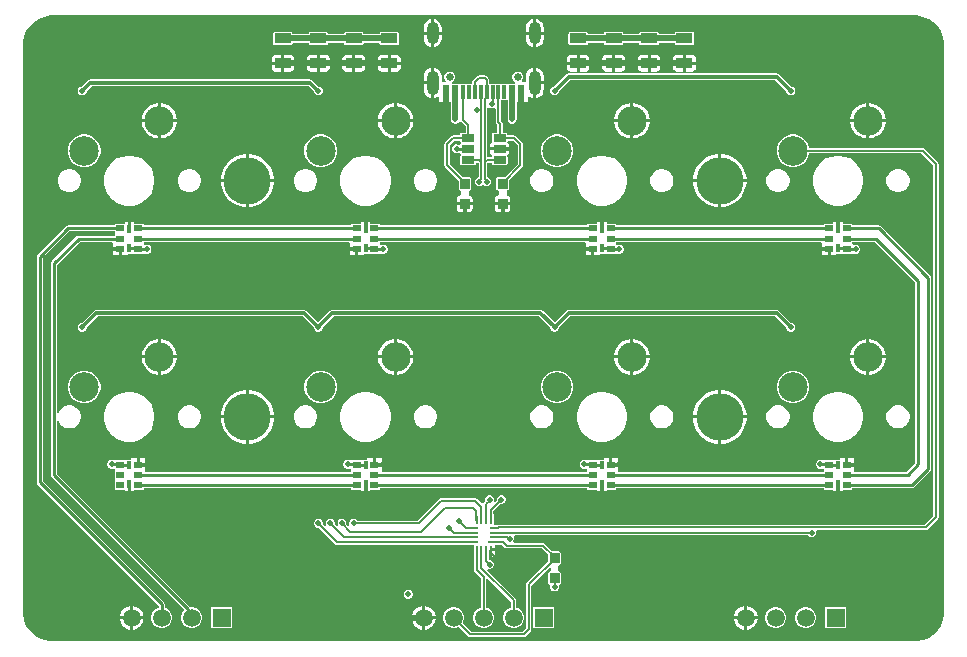
<source format=gtl>
%TF.GenerationSoftware,Altium Limited,Altium Designer,23.4.1 (23)*%
G04 Layer_Physical_Order=1*
G04 Layer_Color=255*
%FSLAX45Y45*%
%MOMM*%
%TF.SameCoordinates,4D4D268D-8FD5-4AED-B812-6AB8C36004BB*%
%TF.FilePolarity,Positive*%
%TF.FileFunction,Copper,L1,Top,Signal*%
%TF.Part,Single*%
G01*
G75*
%TA.AperFunction,SMDPad,CuDef*%
G04:AMPARAMS|DCode=10|XSize=0.9mm|YSize=1.4mm|CornerRadius=0.0675mm|HoleSize=0mm|Usage=FLASHONLY|Rotation=90.000|XOffset=0mm|YOffset=0mm|HoleType=Round|Shape=RoundedRectangle|*
%AMROUNDEDRECTD10*
21,1,0.90000,1.26500,0,0,90.0*
21,1,0.76500,1.40000,0,0,90.0*
1,1,0.13500,0.63250,0.38250*
1,1,0.13500,0.63250,-0.38250*
1,1,0.13500,-0.63250,-0.38250*
1,1,0.13500,-0.63250,0.38250*
%
%ADD10ROUNDEDRECTD10*%
%TA.AperFunction,ConnectorPad*%
%ADD11R,0.60000X1.15001*%
%ADD12R,0.30000X1.15001*%
%TA.AperFunction,SMDPad,CuDef*%
G04:AMPARAMS|DCode=13|XSize=0.6mm|YSize=1.1mm|CornerRadius=0.045mm|HoleSize=0mm|Usage=FLASHONLY|Rotation=270.000|XOffset=0mm|YOffset=0mm|HoleType=Round|Shape=RoundedRectangle|*
%AMROUNDEDRECTD13*
21,1,0.60000,1.01000,0,0,270.0*
21,1,0.51000,1.10000,0,0,270.0*
1,1,0.09000,-0.50500,-0.25500*
1,1,0.09000,-0.50500,0.25500*
1,1,0.09000,0.50500,0.25500*
1,1,0.09000,0.50500,-0.25500*
%
%ADD13ROUNDEDRECTD13*%
G04:AMPARAMS|DCode=14|XSize=0.9mm|YSize=0.8mm|CornerRadius=0.06mm|HoleSize=0mm|Usage=FLASHONLY|Rotation=90.000|XOffset=0mm|YOffset=0mm|HoleType=Round|Shape=RoundedRectangle|*
%AMROUNDEDRECTD14*
21,1,0.90000,0.68000,0,0,90.0*
21,1,0.78000,0.80000,0,0,90.0*
1,1,0.12000,0.34000,0.39000*
1,1,0.12000,0.34000,-0.39000*
1,1,0.12000,-0.34000,-0.39000*
1,1,0.12000,-0.34000,0.39000*
%
%ADD14ROUNDEDRECTD14*%
%ADD15R,0.70000X0.55000*%
%ADD16R,0.30000X0.70000*%
%ADD17R,0.22860X0.76200*%
%ADD18R,0.76200X0.22860*%
%ADD19R,0.86360X0.22860*%
%TA.AperFunction,Conductor*%
%ADD20C,0.50000*%
%ADD21C,0.20000*%
%ADD22C,0.30000*%
%ADD23C,0.25000*%
%ADD24C,0.18162*%
%TA.AperFunction,ComponentPad*%
%ADD25C,1.50000*%
%ADD26R,1.50000X1.50000*%
%ADD27C,2.50000*%
%ADD28C,0.64999*%
%ADD29O,1.00000X1.90000*%
%ADD30O,1.00000X2.10000*%
%ADD31C,4.00000*%
%TA.AperFunction,ViaPad*%
%ADD32C,0.50000*%
G36*
X7620089Y5290239D02*
X7666314Y5271092D01*
X7707915Y5243295D01*
X7743294Y5207915D01*
X7771092Y5166314D01*
X7790239Y5120089D01*
X7800000Y5071017D01*
Y5046000D01*
Y254000D01*
Y228983D01*
X7790239Y179911D01*
X7771092Y133686D01*
X7743294Y92084D01*
X7707915Y56705D01*
X7666314Y28908D01*
X7620089Y9761D01*
X7571017Y0D01*
X228983D01*
X179911Y9761D01*
X133686Y28908D01*
X92084Y56705D01*
X56705Y92084D01*
X28908Y133686D01*
X9761Y179911D01*
X0Y228983D01*
Y254000D01*
Y5046000D01*
Y5071017D01*
X9761Y5120089D01*
X28908Y5166314D01*
X56705Y5207915D01*
X92084Y5243295D01*
X133686Y5271092D01*
X179911Y5290239D01*
X228983Y5300000D01*
X7571017D01*
X7620089Y5290239D01*
D02*
G37*
%LPC*%
G36*
X3480189Y5267519D02*
Y5160840D01*
X3543540D01*
Y5193140D01*
X3540948Y5212824D01*
X3533351Y5231166D01*
X3521265Y5246916D01*
X3505514Y5259002D01*
X3487172Y5266600D01*
X3480189Y5267519D01*
D02*
G37*
G36*
X4345211D02*
Y5160840D01*
X4408562D01*
Y5193140D01*
X4405971Y5212824D01*
X4398373Y5231166D01*
X4386287Y5246916D01*
X4370537Y5259002D01*
X4352195Y5266600D01*
X4345211Y5267519D01*
D02*
G37*
G36*
X3454789D02*
X3447805Y5266600D01*
X3429464Y5259002D01*
X3413713Y5246916D01*
X3401627Y5231166D01*
X3394030Y5212824D01*
X3391438Y5193140D01*
Y5160840D01*
X3454789D01*
Y5267519D01*
D02*
G37*
G36*
X4319811D02*
X4312828Y5266600D01*
X4294486Y5259002D01*
X4278735Y5246916D01*
X4266650Y5231166D01*
X4259052Y5212824D01*
X4256461Y5193140D01*
Y5160840D01*
X4319811D01*
Y5267519D01*
D02*
G37*
G36*
X5663250Y5162877D02*
X5536750D01*
X5529239Y5161383D01*
X5522871Y5157128D01*
X5518617Y5150761D01*
X5517123Y5143250D01*
Y5143235D01*
X5382877D01*
Y5143250D01*
X5381383Y5150761D01*
X5377128Y5157128D01*
X5370761Y5161383D01*
X5363250Y5162877D01*
X5236750D01*
X5229239Y5161383D01*
X5222871Y5157128D01*
X5218617Y5150761D01*
X5217123Y5143250D01*
Y5143235D01*
X5082877D01*
Y5143250D01*
X5081383Y5150761D01*
X5077128Y5157128D01*
X5070760Y5161383D01*
X5063249Y5162877D01*
X4936750D01*
X4929239Y5161383D01*
X4922871Y5157128D01*
X4918617Y5150761D01*
X4917122Y5143250D01*
Y5143235D01*
X4782877D01*
Y5143250D01*
X4781383Y5150761D01*
X4777128Y5157128D01*
X4770761Y5161383D01*
X4763250Y5162877D01*
X4636750D01*
X4629239Y5161383D01*
X4622871Y5157128D01*
X4618617Y5150761D01*
X4617123Y5143250D01*
Y5066750D01*
X4618617Y5059239D01*
X4622871Y5052872D01*
X4629239Y5048617D01*
X4636750Y5047123D01*
X4763250D01*
X4770761Y5048617D01*
X4777128Y5052872D01*
X4781383Y5059239D01*
X4782877Y5066750D01*
Y5066765D01*
X4917122D01*
Y5066750D01*
X4918617Y5059239D01*
X4922871Y5052872D01*
X4929239Y5048617D01*
X4936750Y5047123D01*
X5063249D01*
X5070760Y5048617D01*
X5077128Y5052872D01*
X5081383Y5059239D01*
X5082877Y5066750D01*
Y5066765D01*
X5217123D01*
Y5066750D01*
X5218617Y5059239D01*
X5222871Y5052872D01*
X5229239Y5048617D01*
X5236750Y5047123D01*
X5363250D01*
X5370761Y5048617D01*
X5377128Y5052872D01*
X5381383Y5059239D01*
X5382877Y5066750D01*
Y5066765D01*
X5517123D01*
Y5066750D01*
X5518617Y5059239D01*
X5522871Y5052872D01*
X5529239Y5048617D01*
X5536750Y5047123D01*
X5663250D01*
X5670761Y5048617D01*
X5677128Y5052872D01*
X5681383Y5059239D01*
X5682877Y5066750D01*
Y5143250D01*
X5681383Y5150761D01*
X5677128Y5157128D01*
X5670761Y5161383D01*
X5663250Y5162877D01*
D02*
G37*
G36*
X3163249D02*
X3036750D01*
X3029239Y5161383D01*
X3022871Y5157128D01*
X3018617Y5150761D01*
X3017122Y5143250D01*
Y5143235D01*
X2882877D01*
Y5143250D01*
X2881383Y5150761D01*
X2877128Y5157128D01*
X2870761Y5161383D01*
X2863250Y5162877D01*
X2736750D01*
X2729239Y5161383D01*
X2722871Y5157128D01*
X2718617Y5150761D01*
X2717123Y5143250D01*
Y5143235D01*
X2582877D01*
Y5143250D01*
X2581383Y5150761D01*
X2577128Y5157128D01*
X2570761Y5161383D01*
X2563250Y5162877D01*
X2436750D01*
X2429239Y5161383D01*
X2422871Y5157128D01*
X2418617Y5150761D01*
X2417123Y5143250D01*
Y5143235D01*
X2282877D01*
Y5143250D01*
X2281383Y5150761D01*
X2277128Y5157128D01*
X2270761Y5161383D01*
X2263249Y5162877D01*
X2136750D01*
X2129239Y5161383D01*
X2122871Y5157128D01*
X2118617Y5150761D01*
X2117123Y5143250D01*
Y5066750D01*
X2118617Y5059239D01*
X2122871Y5052872D01*
X2129239Y5048617D01*
X2136750Y5047123D01*
X2263249D01*
X2270761Y5048617D01*
X2277128Y5052872D01*
X2281383Y5059239D01*
X2282877Y5066750D01*
Y5066765D01*
X2417123D01*
Y5066750D01*
X2418617Y5059239D01*
X2422871Y5052872D01*
X2429239Y5048617D01*
X2436750Y5047123D01*
X2563250D01*
X2570761Y5048617D01*
X2577128Y5052872D01*
X2581383Y5059239D01*
X2582877Y5066750D01*
Y5066765D01*
X2717123D01*
Y5066750D01*
X2718617Y5059239D01*
X2722871Y5052872D01*
X2729239Y5048617D01*
X2736750Y5047123D01*
X2863250D01*
X2870761Y5048617D01*
X2877128Y5052872D01*
X2881383Y5059239D01*
X2882877Y5066750D01*
Y5066765D01*
X3017122D01*
Y5066750D01*
X3018617Y5059239D01*
X3022871Y5052872D01*
X3029239Y5048617D01*
X3036750Y5047123D01*
X3163249D01*
X3170760Y5048617D01*
X3177128Y5052872D01*
X3181383Y5059239D01*
X3182877Y5066750D01*
Y5143250D01*
X3181383Y5150761D01*
X3177128Y5157128D01*
X3170760Y5161383D01*
X3163249Y5162877D01*
D02*
G37*
G36*
X4408562Y5135440D02*
X4345211D01*
Y5028762D01*
X4352195Y5029681D01*
X4370537Y5037279D01*
X4386287Y5049365D01*
X4398373Y5065115D01*
X4405971Y5083457D01*
X4408562Y5103140D01*
Y5135440D01*
D02*
G37*
G36*
X3543540D02*
X3480189D01*
Y5028762D01*
X3487172Y5029681D01*
X3505514Y5037279D01*
X3521265Y5049365D01*
X3533351Y5065115D01*
X3540948Y5083457D01*
X3543540Y5103140D01*
Y5135440D01*
D02*
G37*
G36*
X4319811D02*
X4256461D01*
Y5103140D01*
X4259052Y5083457D01*
X4266650Y5065115D01*
X4278735Y5049365D01*
X4294486Y5037279D01*
X4312828Y5029681D01*
X4319811Y5028762D01*
Y5135440D01*
D02*
G37*
G36*
X3454789D02*
X3391438D01*
Y5103140D01*
X3394030Y5083457D01*
X3401627Y5065115D01*
X3413713Y5049365D01*
X3429464Y5037279D01*
X3447805Y5029681D01*
X3454789Y5028762D01*
Y5135440D01*
D02*
G37*
G36*
X5063249Y4966030D02*
X5012699D01*
Y4907700D01*
X5096029D01*
Y4933250D01*
X5093534Y4945794D01*
X5086428Y4956429D01*
X5075794Y4963534D01*
X5063249Y4966030D01*
D02*
G37*
G36*
X4987299D02*
X4936750D01*
X4924206Y4963534D01*
X4913571Y4956429D01*
X4906465Y4945794D01*
X4903970Y4933250D01*
Y4907700D01*
X4987299D01*
Y4966030D01*
D02*
G37*
G36*
X5663250D02*
X5612699D01*
Y4907700D01*
X5696030D01*
Y4933250D01*
X5693534Y4945794D01*
X5686429Y4956429D01*
X5675794Y4963534D01*
X5663250Y4966030D01*
D02*
G37*
G36*
X5363250D02*
X5312700D01*
Y4907700D01*
X5396030D01*
Y4933250D01*
X5393534Y4945794D01*
X5386429Y4956429D01*
X5375794Y4963534D01*
X5363250Y4966030D01*
D02*
G37*
G36*
X3163249D02*
X3112699D01*
Y4907700D01*
X3196029D01*
Y4933250D01*
X3193534Y4945794D01*
X3186428Y4956429D01*
X3175794Y4963534D01*
X3163249Y4966030D01*
D02*
G37*
G36*
X2863250D02*
X2812699D01*
Y4907700D01*
X2896030D01*
Y4933250D01*
X2893534Y4945794D01*
X2886429Y4956429D01*
X2875794Y4963534D01*
X2863250Y4966030D01*
D02*
G37*
G36*
X2563250D02*
X2512700D01*
Y4907700D01*
X2596030D01*
Y4933250D01*
X2593534Y4945794D01*
X2586429Y4956429D01*
X2575794Y4963534D01*
X2563250Y4966030D01*
D02*
G37*
G36*
X2263249D02*
X2212699D01*
Y4907700D01*
X2296029D01*
Y4933250D01*
X2293534Y4945794D01*
X2286428Y4956429D01*
X2275794Y4963534D01*
X2263249Y4966030D01*
D02*
G37*
G36*
X2187299D02*
X2136750D01*
X2124206Y4963534D01*
X2113571Y4956429D01*
X2106465Y4945794D01*
X2103970Y4933250D01*
Y4907700D01*
X2187299D01*
Y4966030D01*
D02*
G37*
G36*
X5587299D02*
X5536750D01*
X5524206Y4963534D01*
X5513571Y4956429D01*
X5506465Y4945794D01*
X5503970Y4933250D01*
Y4907700D01*
X5587299D01*
Y4966030D01*
D02*
G37*
G36*
X5287300D02*
X5236750D01*
X5224206Y4963534D01*
X5213571Y4956429D01*
X5206465Y4945794D01*
X5203970Y4933250D01*
Y4907700D01*
X5287300D01*
Y4966030D01*
D02*
G37*
G36*
X3087299D02*
X3036750D01*
X3024206Y4963534D01*
X3013571Y4956429D01*
X3006465Y4945794D01*
X3003970Y4933250D01*
Y4907700D01*
X3087299D01*
Y4966030D01*
D02*
G37*
G36*
X2787299D02*
X2736750D01*
X2724206Y4963534D01*
X2713571Y4956429D01*
X2706465Y4945794D01*
X2703970Y4933250D01*
Y4907700D01*
X2787299D01*
Y4966030D01*
D02*
G37*
G36*
X2487300D02*
X2436750D01*
X2424206Y4963534D01*
X2413571Y4956429D01*
X2406465Y4945794D01*
X2403970Y4933250D01*
Y4907700D01*
X2487300D01*
Y4966030D01*
D02*
G37*
G36*
X4763250D02*
X4712700D01*
Y4907699D01*
X4796030D01*
Y4933250D01*
X4793534Y4945794D01*
X4786429Y4956429D01*
X4775794Y4963534D01*
X4763250Y4966030D01*
D02*
G37*
G36*
X4687300D02*
X4636750D01*
X4624206Y4963534D01*
X4613571Y4956429D01*
X4606465Y4945794D01*
X4603970Y4933250D01*
Y4907699D01*
X4687300D01*
Y4966030D01*
D02*
G37*
G36*
X5696030Y4882300D02*
X5612699D01*
Y4823970D01*
X5663250D01*
X5675794Y4826465D01*
X5686429Y4833571D01*
X5693534Y4844206D01*
X5696030Y4856750D01*
Y4882300D01*
D02*
G37*
G36*
X5587299D02*
X5503970D01*
Y4856750D01*
X5506465Y4844206D01*
X5513571Y4833571D01*
X5524206Y4826465D01*
X5536750Y4823970D01*
X5587299D01*
Y4882300D01*
D02*
G37*
G36*
X5396030D02*
X5312700D01*
Y4823970D01*
X5363250D01*
X5375794Y4826465D01*
X5386429Y4833571D01*
X5393534Y4844206D01*
X5396030Y4856750D01*
Y4882300D01*
D02*
G37*
G36*
X5287300D02*
X5203970D01*
Y4856750D01*
X5206465Y4844206D01*
X5213571Y4833571D01*
X5224206Y4826465D01*
X5236750Y4823970D01*
X5287300D01*
Y4882300D01*
D02*
G37*
G36*
X5096029Y4882300D02*
X5012699D01*
Y4823970D01*
X5063249D01*
X5075794Y4826465D01*
X5086428Y4833571D01*
X5093534Y4844206D01*
X5096029Y4856750D01*
Y4882300D01*
D02*
G37*
G36*
X4987299D02*
X4903970D01*
Y4856750D01*
X4906465Y4844206D01*
X4913571Y4833571D01*
X4924206Y4826465D01*
X4936750Y4823970D01*
X4987299D01*
Y4882300D01*
D02*
G37*
G36*
X4796030Y4882299D02*
X4712700D01*
Y4823970D01*
X4763250D01*
X4775794Y4826465D01*
X4786429Y4833571D01*
X4793534Y4844206D01*
X4796030Y4856750D01*
Y4882299D01*
D02*
G37*
G36*
X4687300D02*
X4603970D01*
Y4856750D01*
X4606465Y4844206D01*
X4613571Y4833571D01*
X4624206Y4826465D01*
X4636750Y4823970D01*
X4687300D01*
Y4882299D01*
D02*
G37*
G36*
X3196029Y4882300D02*
X3112699D01*
Y4823970D01*
X3163249D01*
X3175794Y4826465D01*
X3186428Y4833571D01*
X3193534Y4844206D01*
X3196029Y4856750D01*
Y4882300D01*
D02*
G37*
G36*
X3087299D02*
X3003970D01*
Y4856750D01*
X3006465Y4844206D01*
X3013571Y4833571D01*
X3024206Y4826465D01*
X3036750Y4823970D01*
X3087299D01*
Y4882300D01*
D02*
G37*
G36*
X2896030D02*
X2812699D01*
Y4823970D01*
X2863250D01*
X2875794Y4826465D01*
X2886429Y4833571D01*
X2893534Y4844206D01*
X2896030Y4856750D01*
Y4882300D01*
D02*
G37*
G36*
X2787299D02*
X2703970D01*
Y4856750D01*
X2706465Y4844206D01*
X2713571Y4833571D01*
X2724206Y4826465D01*
X2736750Y4823970D01*
X2787299D01*
Y4882300D01*
D02*
G37*
G36*
X2596030D02*
X2512700D01*
Y4823970D01*
X2563250D01*
X2575794Y4826465D01*
X2586429Y4833571D01*
X2593534Y4844206D01*
X2596030Y4856750D01*
Y4882300D01*
D02*
G37*
G36*
X2487300D02*
X2403970D01*
Y4856750D01*
X2406465Y4844206D01*
X2413571Y4833571D01*
X2424206Y4826465D01*
X2436750Y4823970D01*
X2487300D01*
Y4882300D01*
D02*
G37*
G36*
X2296029D02*
X2212699D01*
Y4823970D01*
X2263249D01*
X2275794Y4826465D01*
X2286428Y4833571D01*
X2293534Y4844206D01*
X2296029Y4856750D01*
Y4882300D01*
D02*
G37*
G36*
X2187299D02*
X2103970D01*
Y4856750D01*
X2106465Y4844206D01*
X2113571Y4833571D01*
X2124206Y4826465D01*
X2136750Y4823970D01*
X2187299D01*
Y4882300D01*
D02*
G37*
G36*
X4345211Y4857520D02*
Y4740841D01*
X4408562D01*
Y4783141D01*
X4405971Y4802825D01*
X4398373Y4821166D01*
X4386287Y4836917D01*
X4370537Y4849003D01*
X4352195Y4856600D01*
X4345211Y4857520D01*
D02*
G37*
G36*
X3454789D02*
X3447805Y4856600D01*
X3429464Y4849003D01*
X3413713Y4836917D01*
X3401627Y4821166D01*
X3394030Y4802825D01*
X3391438Y4783141D01*
Y4740841D01*
X3454789D01*
Y4857520D01*
D02*
G37*
G36*
X6380000Y4808039D02*
X4620000D01*
X4609270Y4805905D01*
X4600173Y4799827D01*
X4600173Y4799826D01*
X4497847Y4697500D01*
X4492541D01*
X4478758Y4691791D01*
X4468209Y4681242D01*
X4462500Y4667459D01*
Y4652541D01*
X4468209Y4638758D01*
X4478758Y4628209D01*
X4492541Y4622500D01*
X4507459D01*
X4521242Y4628209D01*
X4531791Y4638758D01*
X4537500Y4652541D01*
Y4657847D01*
X4631614Y4751961D01*
X6368386D01*
X6462500Y4657847D01*
Y4652541D01*
X6468209Y4638758D01*
X6478758Y4628209D01*
X6492541Y4622500D01*
X6507459D01*
X6521242Y4628209D01*
X6531791Y4638758D01*
X6537500Y4652541D01*
Y4667459D01*
X6531791Y4681242D01*
X6521242Y4691791D01*
X6507459Y4697500D01*
X6502153D01*
X6399826Y4799827D01*
X6390730Y4805905D01*
X6380000Y4808039D01*
D02*
G37*
G36*
X2430000Y4758039D02*
X570000D01*
X559270Y4755904D01*
X550173Y4749826D01*
X497847Y4697500D01*
X492541D01*
X478758Y4691791D01*
X468209Y4681242D01*
X462500Y4667459D01*
Y4652541D01*
X468209Y4638758D01*
X478758Y4628209D01*
X492541Y4622500D01*
X507459D01*
X521242Y4628209D01*
X531791Y4638758D01*
X537500Y4652541D01*
Y4657847D01*
X581614Y4701961D01*
X2418386D01*
X2462500Y4657847D01*
Y4652541D01*
X2468209Y4638758D01*
X2478758Y4628209D01*
X2492541Y4622500D01*
X2507459D01*
X2521242Y4628209D01*
X2531791Y4638758D01*
X2537500Y4652541D01*
Y4667459D01*
X2531791Y4681242D01*
X2521242Y4691791D01*
X2507459Y4697500D01*
X2502153D01*
X2449827Y4749826D01*
X2440730Y4755904D01*
X2430000Y4758039D01*
D02*
G37*
G36*
X4408562Y4715441D02*
X4345211D01*
Y4598762D01*
X4352195Y4599682D01*
X4370537Y4607280D01*
X4386287Y4619365D01*
X4398373Y4635116D01*
X4405971Y4653458D01*
X4408562Y4673141D01*
Y4715441D01*
D02*
G37*
G36*
X3480189Y4857520D02*
Y4728141D01*
Y4598762D01*
X3487172Y4599682D01*
X3505514Y4607280D01*
X3511913Y4612190D01*
X3524613Y4605927D01*
Y4568959D01*
X3567313D01*
Y4651859D01*
X3592713D01*
Y4568959D01*
X3621766D01*
Y4420003D01*
X3621765Y4420000D01*
X3622500Y4416307D01*
Y4412541D01*
X3623941Y4409062D01*
X3624676Y4405368D01*
X3626768Y4402237D01*
X3628209Y4398758D01*
X3630872Y4396096D01*
X3632964Y4392964D01*
X3636096Y4390872D01*
X3638758Y4388209D01*
X3642237Y4386768D01*
X3645368Y4384676D01*
X3649062Y4383941D01*
X3652541Y4382500D01*
X3656307D01*
X3660000Y4381765D01*
X3663694Y4382500D01*
X3667459D01*
X3670938Y4383941D01*
X3674632Y4384676D01*
X3677765Y4386769D01*
X3681242Y4388209D01*
X3683903Y4390871D01*
X3687037Y4392964D01*
X3689130Y4396097D01*
X3691791Y4398758D01*
X3692831Y4401269D01*
X3696280Y4402184D01*
X3705540Y4402029D01*
X3706906Y4401582D01*
X3708783Y4398774D01*
X3747059Y4360498D01*
Y4307833D01*
X3714500D01*
X3707867Y4306514D01*
X3702244Y4302756D01*
X3698486Y4297133D01*
X3697167Y4290500D01*
Y4282941D01*
X3640000D01*
X3631221Y4281195D01*
X3623778Y4276222D01*
X3573778Y4226221D01*
X3568805Y4218779D01*
X3567059Y4210000D01*
Y4030000D01*
X3568805Y4021221D01*
X3573778Y4013779D01*
X3687137Y3900419D01*
Y3836000D01*
X3688573Y3828782D01*
X3692662Y3822662D01*
X3698781Y3818574D01*
X3706477Y3810006D01*
Y3776015D01*
X3706000D01*
X3693748Y3773578D01*
X3683362Y3766638D01*
X3676422Y3756252D01*
X3673985Y3744000D01*
Y3717700D01*
X3740000D01*
X3806015D01*
Y3744000D01*
X3803578Y3756252D01*
X3796638Y3766638D01*
X3786252Y3773578D01*
X3774000Y3776015D01*
X3773538D01*
Y3810006D01*
X3781218Y3818574D01*
X3787338Y3822662D01*
X3791427Y3828782D01*
X3792862Y3836000D01*
Y3914000D01*
X3791427Y3921218D01*
X3787338Y3927338D01*
X3781218Y3931427D01*
X3774000Y3932863D01*
X3719581D01*
X3612941Y4039502D01*
Y4200498D01*
X3649502Y4237059D01*
X3697652D01*
X3698486Y4232867D01*
X3702244Y4227244D01*
X3706741Y4224239D01*
X3707350Y4217500D01*
X3706741Y4210761D01*
X3702244Y4207757D01*
X3693294Y4202904D01*
X3685909Y4204000D01*
X3677459Y4207500D01*
X3662541D01*
X3648758Y4201791D01*
X3638209Y4191242D01*
X3632500Y4177459D01*
Y4162541D01*
X3638209Y4148758D01*
X3648758Y4138209D01*
X3662541Y4132500D01*
X3677459D01*
X3685909Y4136000D01*
X3693294Y4137096D01*
X3702244Y4132244D01*
X3706741Y4129239D01*
X3707350Y4122500D01*
X3706741Y4115761D01*
X3702244Y4112756D01*
X3698486Y4107133D01*
X3697167Y4100500D01*
Y4049500D01*
X3698486Y4042867D01*
X3702244Y4037244D01*
X3707867Y4033486D01*
X3714500Y4032167D01*
X3815500D01*
X3822133Y4033486D01*
X3827756Y4037244D01*
X3831514Y4042867D01*
X3832833Y4049500D01*
Y4052996D01*
X3855023D01*
X3857134Y4050885D01*
Y3927500D01*
X3855860D01*
X3842077Y3921791D01*
X3831528Y3911242D01*
X3825819Y3897460D01*
Y3882541D01*
X3831528Y3868758D01*
X3842077Y3858209D01*
X3855860Y3852500D01*
X3870778D01*
X3884561Y3858209D01*
X3894569Y3868217D01*
X3904577Y3858209D01*
X3918360Y3852500D01*
X3933278D01*
X3947061Y3858209D01*
X3957610Y3868758D01*
X3963319Y3882541D01*
Y3897460D01*
X3957610Y3911242D01*
X3947061Y3921791D01*
X3933278Y3927500D01*
X3932004D01*
Y4050885D01*
X3934114Y4052996D01*
X3967167D01*
Y4049500D01*
X3968486Y4042867D01*
X3972244Y4037244D01*
X3977867Y4033486D01*
X3984500Y4032167D01*
X4085500D01*
X4092133Y4033486D01*
X4097756Y4037244D01*
X4101514Y4042867D01*
X4102833Y4049500D01*
Y4100500D01*
X4101514Y4107133D01*
X4098466Y4113586D01*
X4105677Y4122022D01*
X4107057Y4122943D01*
X4113665Y4132834D01*
X4115986Y4144500D01*
Y4157300D01*
X4035000D01*
X3954014D01*
Y4144500D01*
X3956335Y4132834D01*
X3962944Y4122943D01*
X3964323Y4122022D01*
X3971535Y4113586D01*
X3968486Y4107133D01*
X3967167Y4100500D01*
Y4097004D01*
X3932004D01*
Y4517002D01*
X3944704Y4522263D01*
X3948758Y4518209D01*
X3962541Y4512500D01*
X3977459D01*
X3989350Y4517426D01*
X3996947Y4514433D01*
X4002050Y4511057D01*
Y4395009D01*
X4003796Y4386230D01*
X4008769Y4378788D01*
X4017059Y4370498D01*
Y4307833D01*
X3984500D01*
X3977867Y4306514D01*
X3972244Y4302756D01*
X3968486Y4297133D01*
X3967167Y4290500D01*
Y4239500D01*
X3968486Y4232867D01*
X3971535Y4226414D01*
X3964323Y4217978D01*
X3962944Y4217057D01*
X3956335Y4207166D01*
X3954014Y4195500D01*
Y4182700D01*
X4035000D01*
X4115986D01*
Y4195500D01*
X4113665Y4207166D01*
X4107057Y4217057D01*
X4105677Y4217978D01*
X4099057Y4225722D01*
X4103418Y4237059D01*
X4150498D01*
X4187059Y4200498D01*
Y4039502D01*
X4080420Y3932863D01*
X4026000D01*
X4018782Y3931427D01*
X4012662Y3927338D01*
X4008573Y3921218D01*
X4007138Y3914000D01*
Y3836000D01*
X4008573Y3828782D01*
X4012662Y3822662D01*
X4018781Y3818574D01*
X4026464Y3809992D01*
Y3776015D01*
X4026000D01*
X4013748Y3773578D01*
X4003362Y3766638D01*
X3996422Y3756252D01*
X3993985Y3744000D01*
Y3717700D01*
X4060001D01*
X4126015D01*
Y3744000D01*
X4123578Y3756252D01*
X4116638Y3766638D01*
X4106252Y3773578D01*
X4094000Y3776015D01*
X4093524D01*
Y3809992D01*
X4101219Y3818574D01*
X4107338Y3822662D01*
X4111427Y3828782D01*
X4112862Y3836000D01*
Y3900420D01*
X4226221Y4013778D01*
X4231194Y4021221D01*
X4232941Y4030000D01*
Y4210000D01*
X4231194Y4218779D01*
X4226221Y4226222D01*
X4176221Y4276222D01*
X4168779Y4281195D01*
X4160000Y4282941D01*
X4102833D01*
Y4290500D01*
X4101514Y4297133D01*
X4097756Y4302756D01*
X4092133Y4306514D01*
X4085500Y4307833D01*
X4062941D01*
Y4380000D01*
X4061195Y4388779D01*
X4056222Y4396222D01*
X4047932Y4404511D01*
Y4581859D01*
X4101775D01*
Y4420003D01*
X4101775Y4420000D01*
X4102509Y4416307D01*
Y4412541D01*
X4103950Y4409062D01*
X4104685Y4405368D01*
X4106777Y4402237D01*
X4108218Y4398758D01*
X4110881Y4396096D01*
X4112973Y4392964D01*
X4116105Y4390872D01*
X4118767Y4388209D01*
X4122246Y4386768D01*
X4125378Y4384676D01*
X4129071Y4383941D01*
X4132550Y4382500D01*
X4136316D01*
X4140009Y4381765D01*
X4143703Y4382500D01*
X4147468D01*
X4150947Y4383941D01*
X4154641Y4384676D01*
X4157774Y4386769D01*
X4161251Y4388209D01*
X4163913Y4390871D01*
X4167046Y4392964D01*
X4169139Y4396097D01*
X4171800Y4398758D01*
X4173240Y4402235D01*
X4175334Y4405368D01*
X4176069Y4409064D01*
X4177509Y4412541D01*
Y4416304D01*
X4178244Y4420000D01*
Y4568959D01*
X4207289D01*
Y4651859D01*
X4232689D01*
Y4568959D01*
X4275389D01*
Y4605925D01*
X4288089Y4612188D01*
X4294486Y4607280D01*
X4312828Y4599682D01*
X4319811Y4598762D01*
Y4728141D01*
Y4857520D01*
X4312828Y4856600D01*
X4294486Y4849003D01*
X4278735Y4836917D01*
X4266650Y4821166D01*
X4259052Y4802825D01*
X4256461Y4783141D01*
Y4734760D01*
X4227218D01*
X4221957Y4747460D01*
X4227137Y4752641D01*
X4233988Y4769180D01*
Y4787082D01*
X4227137Y4803621D01*
X4214479Y4816280D01*
X4197940Y4823130D01*
X4180038D01*
X4163498Y4816280D01*
X4150840Y4803621D01*
X4143989Y4787082D01*
Y4769180D01*
X4150840Y4752641D01*
X4158530Y4744951D01*
X4164589Y4734760D01*
Y4721861D01*
X3946998D01*
Y4754366D01*
X3946998Y4754367D01*
X3945323Y4762788D01*
X3940553Y4769926D01*
X3940552Y4769927D01*
X3924920Y4785559D01*
X3917781Y4790329D01*
X3909361Y4792004D01*
X3860000D01*
X3851579Y4790329D01*
X3844441Y4785559D01*
X3844440Y4785559D01*
X3809435Y4750553D01*
X3804665Y4743415D01*
X3802990Y4734994D01*
Y4721861D01*
X3635413D01*
Y4734760D01*
X3641453Y4744959D01*
X3649135Y4752641D01*
X3655986Y4769180D01*
Y4787082D01*
X3649135Y4803621D01*
X3636476Y4816280D01*
X3619937Y4823130D01*
X3602035D01*
X3585496Y4816280D01*
X3572837Y4803621D01*
X3565987Y4787082D01*
Y4769180D01*
X3572837Y4752641D01*
X3578018Y4747460D01*
X3572757Y4734760D01*
X3543540D01*
Y4783141D01*
X3540948Y4802825D01*
X3533351Y4821166D01*
X3521265Y4836917D01*
X3505514Y4849003D01*
X3487172Y4856600D01*
X3480189Y4857520D01*
D02*
G37*
G36*
X3454789Y4715441D02*
X3391438D01*
Y4673141D01*
X3394030Y4653458D01*
X3401627Y4635116D01*
X3413713Y4619365D01*
X3429464Y4607280D01*
X3447805Y4599682D01*
X3454789Y4598762D01*
Y4715441D01*
D02*
G37*
G36*
X7168813Y4558400D02*
X7166700D01*
Y4420700D01*
X7304400D01*
Y4422813D01*
X7298620Y4451870D01*
X7287283Y4479241D01*
X7270823Y4503874D01*
X7249874Y4524823D01*
X7225241Y4541283D01*
X7197870Y4552620D01*
X7168813Y4558400D01*
D02*
G37*
G36*
X7141300D02*
X7139187D01*
X7110130Y4552620D01*
X7082759Y4541283D01*
X7058126Y4524823D01*
X7037177Y4503874D01*
X7020717Y4479241D01*
X7009380Y4451870D01*
X7003600Y4422813D01*
Y4420700D01*
X7141300D01*
Y4558400D01*
D02*
G37*
G36*
X5168813D02*
X5166700D01*
Y4420700D01*
X5304400D01*
Y4422813D01*
X5298620Y4451870D01*
X5287283Y4479241D01*
X5270823Y4503874D01*
X5249874Y4524823D01*
X5225241Y4541283D01*
X5197870Y4552620D01*
X5168813Y4558400D01*
D02*
G37*
G36*
X5141300D02*
X5139187D01*
X5110130Y4552620D01*
X5082759Y4541283D01*
X5058126Y4524823D01*
X5037177Y4503874D01*
X5020717Y4479241D01*
X5009380Y4451870D01*
X5003600Y4422813D01*
Y4420700D01*
X5141300D01*
Y4558400D01*
D02*
G37*
G36*
X3168813D02*
X3166700D01*
Y4420700D01*
X3304400D01*
Y4422813D01*
X3298620Y4451870D01*
X3287283Y4479241D01*
X3270823Y4503874D01*
X3249874Y4524823D01*
X3225241Y4541283D01*
X3197870Y4552620D01*
X3168813Y4558400D01*
D02*
G37*
G36*
X3141300D02*
X3139187D01*
X3110130Y4552620D01*
X3082759Y4541283D01*
X3058126Y4524823D01*
X3037177Y4503874D01*
X3020717Y4479241D01*
X3009380Y4451870D01*
X3003600Y4422813D01*
Y4420700D01*
X3141300D01*
Y4558400D01*
D02*
G37*
G36*
X1168813D02*
X1166700D01*
Y4420700D01*
X1304400D01*
Y4422813D01*
X1298620Y4451870D01*
X1287283Y4479241D01*
X1270823Y4503874D01*
X1249874Y4524823D01*
X1225241Y4541283D01*
X1197870Y4552620D01*
X1168813Y4558400D01*
D02*
G37*
G36*
X1141300D02*
X1139187D01*
X1110130Y4552620D01*
X1082759Y4541283D01*
X1058126Y4524823D01*
X1037177Y4503874D01*
X1020717Y4479241D01*
X1009380Y4451870D01*
X1003600Y4422813D01*
Y4420700D01*
X1141300D01*
Y4558400D01*
D02*
G37*
G36*
X7304400Y4395300D02*
X7166700D01*
Y4257600D01*
X7168813D01*
X7197870Y4263380D01*
X7225241Y4274717D01*
X7249874Y4291177D01*
X7270823Y4312126D01*
X7287283Y4336759D01*
X7298620Y4364130D01*
X7304400Y4393187D01*
Y4395300D01*
D02*
G37*
G36*
X7141300D02*
X7003600D01*
Y4393187D01*
X7009380Y4364130D01*
X7020717Y4336759D01*
X7037177Y4312126D01*
X7058126Y4291177D01*
X7082759Y4274717D01*
X7110130Y4263380D01*
X7139187Y4257600D01*
X7141300D01*
Y4395300D01*
D02*
G37*
G36*
X5304400D02*
X5166700D01*
Y4257600D01*
X5168813D01*
X5197870Y4263380D01*
X5225241Y4274717D01*
X5249874Y4291177D01*
X5270823Y4312126D01*
X5287283Y4336759D01*
X5298620Y4364130D01*
X5304400Y4393187D01*
Y4395300D01*
D02*
G37*
G36*
X5141300D02*
X5003600D01*
Y4393187D01*
X5009380Y4364130D01*
X5020717Y4336759D01*
X5037177Y4312126D01*
X5058126Y4291177D01*
X5082759Y4274717D01*
X5110130Y4263380D01*
X5139187Y4257600D01*
X5141300D01*
Y4395300D01*
D02*
G37*
G36*
X3304400D02*
X3166700D01*
Y4257600D01*
X3168813D01*
X3197870Y4263380D01*
X3225241Y4274717D01*
X3249874Y4291177D01*
X3270823Y4312126D01*
X3287283Y4336759D01*
X3298620Y4364130D01*
X3304400Y4393187D01*
Y4395300D01*
D02*
G37*
G36*
X3141300D02*
X3003600D01*
Y4393187D01*
X3009380Y4364130D01*
X3020717Y4336759D01*
X3037177Y4312126D01*
X3058126Y4291177D01*
X3082759Y4274717D01*
X3110130Y4263380D01*
X3139187Y4257600D01*
X3141300D01*
Y4395300D01*
D02*
G37*
G36*
X1304400D02*
X1166700D01*
Y4257600D01*
X1168813D01*
X1197870Y4263380D01*
X1225241Y4274717D01*
X1249874Y4291177D01*
X1270823Y4312126D01*
X1287283Y4336759D01*
X1298620Y4364130D01*
X1304400Y4393187D01*
Y4395300D01*
D02*
G37*
G36*
X1141300D02*
X1003600D01*
Y4393187D01*
X1009380Y4364130D01*
X1020717Y4336759D01*
X1037177Y4312126D01*
X1058126Y4291177D01*
X1082759Y4274717D01*
X1110130Y4263380D01*
X1139187Y4257600D01*
X1141300D01*
Y4395300D01*
D02*
G37*
G36*
X4537102Y4291500D02*
X4500898D01*
X4465927Y4282130D01*
X4434573Y4264028D01*
X4408972Y4238427D01*
X4390870Y4207073D01*
X4381500Y4172102D01*
Y4135898D01*
X4390870Y4100927D01*
X4408972Y4069573D01*
X4434573Y4043973D01*
X4465927Y4025871D01*
X4500898Y4016500D01*
X4537102D01*
X4572073Y4025871D01*
X4603427Y4043973D01*
X4629027Y4069573D01*
X4647129Y4100927D01*
X4656500Y4135898D01*
Y4172102D01*
X4647129Y4207073D01*
X4629027Y4238427D01*
X4603427Y4264028D01*
X4572073Y4282130D01*
X4537102Y4291500D01*
D02*
G37*
G36*
X2537102D02*
X2500898D01*
X2465927Y4282130D01*
X2434573Y4264028D01*
X2408973Y4238427D01*
X2390871Y4207073D01*
X2381500Y4172102D01*
Y4135898D01*
X2390871Y4100927D01*
X2408973Y4069573D01*
X2434573Y4043973D01*
X2465927Y4025871D01*
X2500898Y4016500D01*
X2537102D01*
X2572073Y4025871D01*
X2603427Y4043973D01*
X2629028Y4069573D01*
X2647130Y4100927D01*
X2656500Y4135898D01*
Y4172102D01*
X2647130Y4207073D01*
X2629028Y4238427D01*
X2603427Y4264028D01*
X2572073Y4282130D01*
X2537102Y4291500D01*
D02*
G37*
G36*
X537102D02*
X500898D01*
X465927Y4282130D01*
X434573Y4264028D01*
X408973Y4238427D01*
X390870Y4207073D01*
X381500Y4172102D01*
Y4135898D01*
X390870Y4100927D01*
X408973Y4069573D01*
X434573Y4043973D01*
X465927Y4025871D01*
X500898Y4016500D01*
X537102D01*
X572073Y4025871D01*
X603427Y4043973D01*
X629027Y4069573D01*
X647130Y4100927D01*
X656500Y4135898D01*
Y4172102D01*
X647130Y4207073D01*
X629027Y4238427D01*
X603427Y4264028D01*
X572073Y4282130D01*
X537102Y4291500D01*
D02*
G37*
G36*
X5922200Y4125400D02*
X5912700D01*
Y3912700D01*
X6125400D01*
Y3922200D01*
X6116738Y3965747D01*
X6099747Y4006767D01*
X6075080Y4043684D01*
X6043684Y4075080D01*
X6006767Y4099747D01*
X5965747Y4116738D01*
X5922200Y4125400D01*
D02*
G37*
G36*
X5887300D02*
X5877800D01*
X5834253Y4116738D01*
X5793233Y4099747D01*
X5756316Y4075080D01*
X5724920Y4043684D01*
X5700253Y4006767D01*
X5683262Y3965747D01*
X5674600Y3922200D01*
Y3912700D01*
X5887300D01*
Y4125400D01*
D02*
G37*
G36*
X1922200D02*
X1912700D01*
Y3912700D01*
X2125400D01*
Y3922200D01*
X2116738Y3965747D01*
X2099747Y4006767D01*
X2075080Y4043684D01*
X2043684Y4075080D01*
X2006767Y4099747D01*
X1965747Y4116738D01*
X1922200Y4125400D01*
D02*
G37*
G36*
X1887300D02*
X1877800D01*
X1834253Y4116738D01*
X1793233Y4099747D01*
X1756316Y4075080D01*
X1724920Y4043684D01*
X1700253Y4006767D01*
X1683262Y3965747D01*
X1674600Y3922200D01*
Y3912700D01*
X1887300D01*
Y4125400D01*
D02*
G37*
G36*
X7420836Y3997500D02*
X7395164D01*
X7370366Y3990855D01*
X7348134Y3978019D01*
X7329981Y3959866D01*
X7317145Y3937634D01*
X7310500Y3912836D01*
Y3887164D01*
X7317145Y3862366D01*
X7329981Y3840134D01*
X7348134Y3821981D01*
X7370366Y3809145D01*
X7395164Y3802500D01*
X7420836D01*
X7445634Y3809145D01*
X7467866Y3821981D01*
X7486019Y3840134D01*
X7498855Y3862366D01*
X7505500Y3887164D01*
Y3912836D01*
X7498855Y3937634D01*
X7486019Y3959866D01*
X7467866Y3978019D01*
X7445634Y3990855D01*
X7420836Y3997500D01*
D02*
G37*
G36*
X6404836D02*
X6379164D01*
X6354366Y3990855D01*
X6332134Y3978019D01*
X6313981Y3959866D01*
X6301145Y3937634D01*
X6294500Y3912836D01*
Y3887164D01*
X6301145Y3862366D01*
X6313981Y3840134D01*
X6332134Y3821981D01*
X6354366Y3809145D01*
X6379164Y3802500D01*
X6404836D01*
X6429634Y3809145D01*
X6451866Y3821981D01*
X6470019Y3840134D01*
X6482855Y3862366D01*
X6489500Y3887164D01*
Y3912836D01*
X6482855Y3937634D01*
X6470019Y3959866D01*
X6451866Y3978019D01*
X6429634Y3990855D01*
X6404836Y3997500D01*
D02*
G37*
G36*
X5420836D02*
X5395164D01*
X5370366Y3990855D01*
X5348134Y3978019D01*
X5329980Y3959866D01*
X5317145Y3937634D01*
X5310500Y3912836D01*
Y3887164D01*
X5317145Y3862366D01*
X5329980Y3840134D01*
X5348134Y3821981D01*
X5370366Y3809145D01*
X5395164Y3802500D01*
X5420836D01*
X5445634Y3809145D01*
X5467866Y3821981D01*
X5486019Y3840134D01*
X5498855Y3862366D01*
X5505500Y3887164D01*
Y3912836D01*
X5498855Y3937634D01*
X5486019Y3959866D01*
X5467866Y3978019D01*
X5445634Y3990855D01*
X5420836Y3997500D01*
D02*
G37*
G36*
X4404836D02*
X4379164D01*
X4354366Y3990855D01*
X4332134Y3978019D01*
X4313980Y3959866D01*
X4301145Y3937634D01*
X4294500Y3912836D01*
Y3887164D01*
X4301145Y3862366D01*
X4313980Y3840134D01*
X4332134Y3821981D01*
X4354366Y3809145D01*
X4379164Y3802500D01*
X4404836D01*
X4429634Y3809145D01*
X4451866Y3821981D01*
X4470019Y3840134D01*
X4482855Y3862366D01*
X4489500Y3887164D01*
Y3912836D01*
X4482855Y3937634D01*
X4470019Y3959866D01*
X4451866Y3978019D01*
X4429634Y3990855D01*
X4404836Y3997500D01*
D02*
G37*
G36*
X3420836D02*
X3395164D01*
X3370366Y3990855D01*
X3348134Y3978019D01*
X3329981Y3959866D01*
X3317145Y3937634D01*
X3310500Y3912836D01*
Y3887164D01*
X3317145Y3862366D01*
X3329981Y3840134D01*
X3348134Y3821981D01*
X3370366Y3809145D01*
X3395164Y3802500D01*
X3420836D01*
X3445634Y3809145D01*
X3467866Y3821981D01*
X3486019Y3840134D01*
X3498855Y3862366D01*
X3505500Y3887164D01*
Y3912836D01*
X3498855Y3937634D01*
X3486019Y3959866D01*
X3467866Y3978019D01*
X3445634Y3990855D01*
X3420836Y3997500D01*
D02*
G37*
G36*
X2404836D02*
X2379164D01*
X2354366Y3990855D01*
X2332134Y3978019D01*
X2313981Y3959866D01*
X2301145Y3937634D01*
X2294500Y3912836D01*
Y3887164D01*
X2301145Y3862366D01*
X2313981Y3840134D01*
X2332134Y3821981D01*
X2354366Y3809145D01*
X2379164Y3802500D01*
X2404836D01*
X2429634Y3809145D01*
X2451866Y3821981D01*
X2470019Y3840134D01*
X2482855Y3862366D01*
X2489500Y3887164D01*
Y3912836D01*
X2482855Y3937634D01*
X2470019Y3959866D01*
X2451866Y3978019D01*
X2429634Y3990855D01*
X2404836Y3997500D01*
D02*
G37*
G36*
X1420836D02*
X1395164D01*
X1370366Y3990855D01*
X1348134Y3978019D01*
X1329981Y3959866D01*
X1317145Y3937634D01*
X1310500Y3912836D01*
Y3887164D01*
X1317145Y3862366D01*
X1329981Y3840134D01*
X1348134Y3821981D01*
X1370366Y3809145D01*
X1395164Y3802500D01*
X1420836D01*
X1445634Y3809145D01*
X1467866Y3821981D01*
X1486019Y3840134D01*
X1498855Y3862366D01*
X1505500Y3887164D01*
Y3912836D01*
X1498855Y3937634D01*
X1486019Y3959866D01*
X1467866Y3978019D01*
X1445634Y3990855D01*
X1420836Y3997500D01*
D02*
G37*
G36*
X404836D02*
X379164D01*
X354366Y3990855D01*
X332134Y3978019D01*
X313981Y3959866D01*
X301145Y3937634D01*
X294500Y3912836D01*
Y3887164D01*
X301145Y3862366D01*
X313981Y3840134D01*
X332134Y3821981D01*
X354366Y3809145D01*
X379164Y3802500D01*
X404836D01*
X429634Y3809145D01*
X451866Y3821981D01*
X470019Y3840134D01*
X482855Y3862366D01*
X489500Y3887164D01*
Y3912836D01*
X482855Y3937634D01*
X470019Y3959866D01*
X451866Y3978019D01*
X429634Y3990855D01*
X404836Y3997500D01*
D02*
G37*
G36*
X6920929Y4112500D02*
X6879071D01*
X6838016Y4104334D01*
X6799344Y4088315D01*
X6764539Y4065060D01*
X6734940Y4035461D01*
X6711685Y4000656D01*
X6695666Y3961984D01*
X6687500Y3920929D01*
Y3879071D01*
X6695666Y3838016D01*
X6711685Y3799344D01*
X6734940Y3764539D01*
X6764539Y3734940D01*
X6799344Y3711685D01*
X6838016Y3695666D01*
X6879071Y3687500D01*
X6920929D01*
X6961984Y3695666D01*
X7000656Y3711685D01*
X7035461Y3734940D01*
X7065060Y3764539D01*
X7088315Y3799344D01*
X7104334Y3838016D01*
X7112500Y3879071D01*
Y3920929D01*
X7104334Y3961984D01*
X7088315Y4000656D01*
X7065060Y4035461D01*
X7035461Y4065060D01*
X7000656Y4088315D01*
X6961984Y4104334D01*
X6920929Y4112500D01*
D02*
G37*
G36*
X4920929D02*
X4879071D01*
X4838016Y4104334D01*
X4799343Y4088315D01*
X4764539Y4065060D01*
X4734940Y4035461D01*
X4711685Y4000656D01*
X4695666Y3961984D01*
X4687500Y3920929D01*
Y3879071D01*
X4695666Y3838016D01*
X4711685Y3799344D01*
X4734940Y3764539D01*
X4764539Y3734940D01*
X4799343Y3711685D01*
X4838016Y3695666D01*
X4879071Y3687500D01*
X4920929D01*
X4961984Y3695666D01*
X5000656Y3711685D01*
X5035461Y3734940D01*
X5065059Y3764539D01*
X5088315Y3799344D01*
X5104333Y3838016D01*
X5112500Y3879071D01*
Y3920929D01*
X5104333Y3961984D01*
X5088315Y4000656D01*
X5065059Y4035461D01*
X5035461Y4065060D01*
X5000656Y4088315D01*
X4961984Y4104334D01*
X4920929Y4112500D01*
D02*
G37*
G36*
X2920929D02*
X2879071D01*
X2838016Y4104334D01*
X2799344Y4088315D01*
X2764539Y4065060D01*
X2734940Y4035461D01*
X2711685Y4000656D01*
X2695666Y3961984D01*
X2687500Y3920929D01*
Y3879071D01*
X2695666Y3838016D01*
X2711685Y3799344D01*
X2734940Y3764539D01*
X2764539Y3734940D01*
X2799344Y3711685D01*
X2838016Y3695666D01*
X2879071Y3687500D01*
X2920929D01*
X2961984Y3695666D01*
X3000656Y3711685D01*
X3035461Y3734940D01*
X3065060Y3764539D01*
X3088315Y3799344D01*
X3104334Y3838016D01*
X3112500Y3879071D01*
Y3920929D01*
X3104334Y3961984D01*
X3088315Y4000656D01*
X3065060Y4035461D01*
X3035461Y4065060D01*
X3000656Y4088315D01*
X2961984Y4104334D01*
X2920929Y4112500D01*
D02*
G37*
G36*
X920929D02*
X879071D01*
X838016Y4104334D01*
X799344Y4088315D01*
X764539Y4065060D01*
X734940Y4035461D01*
X711685Y4000656D01*
X695666Y3961984D01*
X687500Y3920929D01*
Y3879071D01*
X695666Y3838016D01*
X711685Y3799344D01*
X734940Y3764539D01*
X764539Y3734940D01*
X799344Y3711685D01*
X838016Y3695666D01*
X879071Y3687500D01*
X920929D01*
X961984Y3695666D01*
X1000656Y3711685D01*
X1035461Y3734940D01*
X1065060Y3764539D01*
X1088315Y3799344D01*
X1104334Y3838016D01*
X1112500Y3879071D01*
Y3920929D01*
X1104334Y3961984D01*
X1088315Y4000656D01*
X1065060Y4035461D01*
X1035461Y4065060D01*
X1000656Y4088315D01*
X961984Y4104334D01*
X920929Y4112500D01*
D02*
G37*
G36*
X6125400Y3887300D02*
X5912700D01*
Y3674600D01*
X5922200D01*
X5965747Y3683262D01*
X6006767Y3700253D01*
X6043684Y3724920D01*
X6075080Y3756316D01*
X6099747Y3793233D01*
X6116738Y3834253D01*
X6125400Y3877800D01*
Y3887300D01*
D02*
G37*
G36*
X5887300D02*
X5674600D01*
Y3877800D01*
X5683262Y3834253D01*
X5700253Y3793233D01*
X5724920Y3756316D01*
X5756316Y3724920D01*
X5793233Y3700253D01*
X5834253Y3683262D01*
X5877800Y3674600D01*
X5887300D01*
Y3887300D01*
D02*
G37*
G36*
X2125400D02*
X1912700D01*
Y3674600D01*
X1922200D01*
X1965747Y3683262D01*
X2006767Y3700253D01*
X2043684Y3724920D01*
X2075080Y3756316D01*
X2099747Y3793233D01*
X2116738Y3834253D01*
X2125400Y3877800D01*
Y3887300D01*
D02*
G37*
G36*
X1887300D02*
X1674600D01*
Y3877800D01*
X1683262Y3834253D01*
X1700253Y3793233D01*
X1724920Y3756316D01*
X1756316Y3724920D01*
X1793233Y3700253D01*
X1834253Y3683262D01*
X1877800Y3674600D01*
X1887300D01*
Y3887300D01*
D02*
G37*
G36*
X4126015Y3692300D02*
X4072701D01*
Y3633985D01*
X4094000D01*
X4106252Y3636422D01*
X4116638Y3643362D01*
X4123578Y3653749D01*
X4126015Y3666000D01*
Y3692300D01*
D02*
G37*
G36*
X4047301D02*
X3993985D01*
Y3666000D01*
X3996422Y3653749D01*
X4003362Y3643362D01*
X4013748Y3636422D01*
X4026000Y3633985D01*
X4047301D01*
Y3692300D01*
D02*
G37*
G36*
X3806015Y3692300D02*
X3752700D01*
Y3633985D01*
X3774000D01*
X3786252Y3636422D01*
X3796638Y3643362D01*
X3803578Y3653749D01*
X3806015Y3666000D01*
Y3692300D01*
D02*
G37*
G36*
X3727300D02*
X3673985D01*
Y3666000D01*
X3676422Y3653749D01*
X3683362Y3643362D01*
X3693748Y3636422D01*
X3706000Y3633985D01*
X3727300D01*
Y3692300D01*
D02*
G37*
G36*
X6940400Y3549900D02*
X6912700D01*
Y3489499D01*
X6887300D01*
Y3549900D01*
X6859600D01*
Y3537000D01*
X6777500D01*
Y3522490D01*
X5022500D01*
Y3537000D01*
X4940400D01*
Y3549900D01*
X4912700D01*
Y3489499D01*
X4887300D01*
Y3549900D01*
X4859600D01*
Y3537000D01*
X4777500D01*
Y3522490D01*
X3022500D01*
Y3537000D01*
X2940400D01*
Y3549900D01*
X2912700D01*
Y3489500D01*
X2887300D01*
Y3549900D01*
X2859600D01*
Y3537000D01*
X2777500D01*
Y3522490D01*
X1022500D01*
Y3537000D01*
X940400D01*
Y3549900D01*
X912700D01*
Y3489500D01*
X887300D01*
Y3549900D01*
X859600D01*
Y3537000D01*
X777500D01*
Y3522490D01*
X381621D01*
X371867Y3520549D01*
X363597Y3515024D01*
X121976Y3273403D01*
X116451Y3265134D01*
X114510Y3255379D01*
Y1346561D01*
X116451Y1336806D01*
X121976Y1328537D01*
X1147514Y302999D01*
Y283759D01*
X1139230Y281539D01*
X1119277Y270019D01*
X1102986Y253728D01*
X1091467Y233776D01*
X1085504Y211522D01*
Y188482D01*
X1091467Y166228D01*
X1102986Y146276D01*
X1119277Y129984D01*
X1139230Y118465D01*
X1161484Y112502D01*
X1184523D01*
X1206778Y118465D01*
X1226730Y129984D01*
X1243021Y146276D01*
X1254541Y166228D01*
X1260504Y188482D01*
Y211522D01*
X1254541Y233776D01*
X1243021Y253728D01*
X1226730Y270019D01*
X1206778Y281539D01*
X1198493Y283759D01*
Y313557D01*
X1196553Y323312D01*
X1191028Y331581D01*
X165490Y1357119D01*
Y3244821D01*
X392179Y3471510D01*
X777500D01*
Y3457001D01*
X777499D01*
X777500Y3449999D01*
X777500D01*
Y3435490D01*
X470000D01*
X460245Y3433549D01*
X451976Y3428024D01*
X241976Y3218024D01*
X236451Y3209755D01*
X234510Y3200000D01*
Y1408383D01*
X236451Y1398628D01*
X241976Y1390359D01*
X1367794Y264540D01*
X1356978Y253725D01*
X1345459Y233772D01*
X1339496Y211518D01*
Y188479D01*
X1345459Y166224D01*
X1356978Y146272D01*
X1373270Y129981D01*
X1393222Y118461D01*
X1415476Y112498D01*
X1438516D01*
X1460770Y118461D01*
X1480722Y129981D01*
X1497013Y146272D01*
X1508533Y166224D01*
X1514496Y188479D01*
Y211518D01*
X1508533Y233772D01*
X1497013Y253725D01*
X1480722Y270016D01*
X1460770Y281535D01*
X1438516Y287498D01*
X1415476D01*
X1415088Y287394D01*
X1411165Y293266D01*
X285490Y1418941D01*
Y1871722D01*
X298190Y1873394D01*
X301145Y1862366D01*
X313981Y1840134D01*
X332134Y1821981D01*
X354366Y1809145D01*
X379164Y1802500D01*
X404836D01*
X429634Y1809145D01*
X451866Y1821981D01*
X470019Y1840134D01*
X482855Y1862366D01*
X489500Y1887164D01*
Y1912836D01*
X482855Y1937634D01*
X470019Y1959866D01*
X451866Y1978019D01*
X429634Y1990855D01*
X404836Y1997500D01*
X379164D01*
X354366Y1990855D01*
X332134Y1978019D01*
X313981Y1959866D01*
X301145Y1937634D01*
X298190Y1926606D01*
X285490Y1928278D01*
Y3189442D01*
X480558Y3384510D01*
X755467D01*
X764600Y3375900D01*
Y3335700D01*
X825000D01*
Y3323000D01*
X837700D01*
Y3270100D01*
X885400D01*
Y3283000D01*
X1022500D01*
X1022500Y3283000D01*
Y3283000D01*
X1035200Y3285541D01*
X1042541Y3282500D01*
X1057459D01*
X1071242Y3288209D01*
X1081791Y3298758D01*
X1087500Y3312541D01*
Y3327459D01*
X1081791Y3341242D01*
X1071242Y3351791D01*
X1057459Y3357500D01*
X1042541D01*
X1035200Y3354459D01*
X1032371Y3356168D01*
X1022501Y3363000D01*
Y3370000D01*
X1022500D01*
Y3384510D01*
X2755467D01*
X2764600Y3375900D01*
Y3335700D01*
X2825000D01*
Y3323000D01*
X2837700D01*
Y3270100D01*
X2885400D01*
Y3283000D01*
X3022500D01*
X3022500Y3283000D01*
Y3283000D01*
X3035200Y3285541D01*
X3042541Y3282500D01*
X3057459D01*
X3071242Y3288209D01*
X3081791Y3298758D01*
X3087500Y3312541D01*
Y3327459D01*
X3081791Y3341242D01*
X3071242Y3351791D01*
X3057459Y3357500D01*
X3042541D01*
X3035200Y3354459D01*
X3032371Y3356168D01*
X3022501Y3363000D01*
Y3370000D01*
X3022500D01*
Y3384510D01*
X4755466D01*
X4764600Y3375900D01*
Y3335700D01*
X4825000D01*
Y3323000D01*
X4837700D01*
Y3270100D01*
X4885400D01*
Y3283000D01*
X5022499D01*
X5022500Y3283000D01*
Y3283000D01*
X5035200Y3285541D01*
X5042541Y3282500D01*
X5057459D01*
X5071242Y3288209D01*
X5081791Y3298758D01*
X5087500Y3312541D01*
Y3327459D01*
X5081791Y3341242D01*
X5071242Y3351791D01*
X5057459Y3357500D01*
X5042541D01*
X5035200Y3354459D01*
X5032370Y3356168D01*
X5022500Y3363000D01*
Y3370000D01*
X5022500D01*
Y3384510D01*
X6755467D01*
X6764600Y3375900D01*
Y3335700D01*
X6825000D01*
Y3323000D01*
X6837700D01*
Y3270100D01*
X6885400D01*
Y3283000D01*
X7022500D01*
X7022500Y3283000D01*
Y3283000D01*
X7035200Y3285541D01*
X7042541Y3282500D01*
X7057459D01*
X7071242Y3288209D01*
X7081791Y3298758D01*
X7087500Y3312541D01*
Y3327459D01*
X7081791Y3341242D01*
X7071242Y3351791D01*
X7057459Y3357500D01*
X7042541D01*
X7035200Y3354459D01*
X7032370Y3356168D01*
X7022501Y3363000D01*
Y3370000D01*
X7022500D01*
Y3384510D01*
X7209442D01*
X7554510Y3039442D01*
Y1510558D01*
X7479442Y1435490D01*
X7044533D01*
X7035400Y1444100D01*
Y1484300D01*
X6975000D01*
Y1497000D01*
X6962300D01*
Y1549900D01*
X6914600D01*
Y1537000D01*
X6777500D01*
X6777500Y1537000D01*
Y1537000D01*
X6764800Y1534459D01*
X6757459Y1537500D01*
X6742541D01*
X6728758Y1531791D01*
X6718209Y1521242D01*
X6712500Y1507459D01*
Y1492541D01*
X6718209Y1478758D01*
X6728758Y1468209D01*
X6742541Y1462500D01*
X6757459D01*
X6764800Y1465541D01*
X6767629Y1463832D01*
X6777499Y1457000D01*
Y1450000D01*
X6777500D01*
Y1435490D01*
X5044533D01*
X5035400Y1444100D01*
Y1484300D01*
X4974999D01*
Y1497000D01*
X4962299D01*
Y1549900D01*
X4914600D01*
Y1537000D01*
X4777500D01*
X4777500Y1537000D01*
Y1537000D01*
X4764800Y1534459D01*
X4757459Y1537500D01*
X4742541D01*
X4728758Y1531791D01*
X4718209Y1521242D01*
X4712500Y1507459D01*
Y1492541D01*
X4718209Y1478758D01*
X4728758Y1468209D01*
X4742541Y1462500D01*
X4757459D01*
X4764799Y1465541D01*
X4767629Y1463832D01*
X4777499Y1457000D01*
Y1450000D01*
X4777500D01*
Y1435490D01*
X3044533D01*
X3035400Y1444100D01*
Y1484300D01*
X2974999D01*
Y1497000D01*
X2962299D01*
Y1549900D01*
X2914600D01*
Y1537000D01*
X2777500D01*
X2777500Y1537000D01*
Y1537000D01*
X2764800Y1534459D01*
X2757459Y1537500D01*
X2742541D01*
X2728758Y1531791D01*
X2718209Y1521242D01*
X2712500Y1507459D01*
Y1492541D01*
X2718209Y1478758D01*
X2728758Y1468209D01*
X2742541Y1462500D01*
X2757459D01*
X2764800Y1465541D01*
X2767629Y1463832D01*
X2777499Y1457000D01*
Y1450000D01*
X2777500D01*
Y1435490D01*
X1044533D01*
X1035400Y1444100D01*
Y1484300D01*
X975000D01*
Y1497000D01*
X962300D01*
Y1549900D01*
X914600D01*
Y1537000D01*
X777500D01*
X777500Y1537000D01*
Y1537000D01*
X764800Y1534459D01*
X757459Y1537500D01*
X742541D01*
X728758Y1531791D01*
X718209Y1521242D01*
X712500Y1507459D01*
Y1492541D01*
X718209Y1478758D01*
X728758Y1468209D01*
X742541Y1462500D01*
X757459D01*
X764800Y1465541D01*
X767629Y1463832D01*
X777499Y1457000D01*
Y1450000D01*
X777500D01*
Y1370001D01*
X777499D01*
Y1362999D01*
X777500D01*
Y1283000D01*
X859600D01*
Y1270100D01*
X887300D01*
Y1330500D01*
X912700D01*
Y1270100D01*
X940400D01*
Y1283000D01*
X1022500D01*
Y1297510D01*
X2777500D01*
Y1283000D01*
X2859600D01*
Y1270100D01*
X2887300D01*
Y1330500D01*
X2912700D01*
Y1270100D01*
X2940400D01*
Y1283000D01*
X3022500D01*
Y1297510D01*
X4777500D01*
Y1283000D01*
X4859600D01*
Y1270100D01*
X4887299D01*
Y1330500D01*
X4912699D01*
Y1270100D01*
X4940400D01*
Y1283000D01*
X5022500D01*
Y1297510D01*
X6777500D01*
Y1283000D01*
X6859600D01*
Y1270100D01*
X6887299D01*
Y1330500D01*
X6912699D01*
Y1270100D01*
X6940400D01*
Y1283000D01*
X7022500D01*
Y1297510D01*
X7523000D01*
X7532755Y1299451D01*
X7541024Y1304976D01*
X7678024Y1441976D01*
X7683549Y1450246D01*
X7685490Y1460000D01*
Y3080000D01*
X7683549Y3089755D01*
X7678024Y3098024D01*
X7261024Y3515024D01*
X7252755Y3520549D01*
X7243000Y3522490D01*
X7022500D01*
Y3537000D01*
X6940400D01*
Y3549900D01*
D02*
G37*
G36*
X6812300Y3310300D02*
X6764600D01*
Y3270100D01*
X6812300D01*
Y3310300D01*
D02*
G37*
G36*
X4812300D02*
X4764600D01*
Y3270100D01*
X4812300D01*
Y3310300D01*
D02*
G37*
G36*
X2812300D02*
X2764600D01*
Y3270100D01*
X2812300D01*
Y3310300D01*
D02*
G37*
G36*
X812300D02*
X764600D01*
Y3270100D01*
X812300D01*
Y3310300D01*
D02*
G37*
G36*
X6380000Y2808039D02*
X4620000D01*
X4609270Y2805904D01*
X4600173Y2799827D01*
X4600173Y2799826D01*
X4500000Y2699653D01*
X4399826Y2799827D01*
X4390730Y2805904D01*
X4380000Y2808039D01*
X2620000D01*
X2609270Y2805904D01*
X2600173Y2799827D01*
X2600173Y2799826D01*
X2500000Y2699653D01*
X2399827Y2799827D01*
X2390730Y2805904D01*
X2380000Y2808039D01*
X620000D01*
X609270Y2805904D01*
X600174Y2799827D01*
X600173Y2799826D01*
X497847Y2697500D01*
X492541D01*
X478758Y2691791D01*
X468209Y2681242D01*
X462500Y2667459D01*
Y2652541D01*
X468209Y2638758D01*
X478758Y2628209D01*
X492541Y2622500D01*
X507459D01*
X521242Y2628209D01*
X531791Y2638758D01*
X537500Y2652541D01*
Y2657847D01*
X631614Y2751961D01*
X2368386D01*
X2462500Y2657847D01*
Y2652541D01*
X2468209Y2638758D01*
X2478758Y2628209D01*
X2492541Y2622500D01*
X2507459D01*
X2521242Y2628209D01*
X2531791Y2638758D01*
X2537500Y2652541D01*
Y2657847D01*
X2631614Y2751961D01*
X4368386D01*
X4462500Y2657848D01*
Y2652541D01*
X4468209Y2638758D01*
X4478758Y2628209D01*
X4492540Y2622500D01*
X4507459D01*
X4521242Y2628209D01*
X4531791Y2638758D01*
X4537500Y2652541D01*
Y2657847D01*
X4631614Y2751961D01*
X6368386D01*
X6462500Y2657847D01*
Y2652541D01*
X6468209Y2638758D01*
X6478758Y2628209D01*
X6492541Y2622500D01*
X6507459D01*
X6521242Y2628209D01*
X6531791Y2638758D01*
X6537500Y2652541D01*
Y2667459D01*
X6531791Y2681242D01*
X6521242Y2691791D01*
X6507459Y2697500D01*
X6502153D01*
X6399826Y2799827D01*
X6390730Y2805904D01*
X6380000Y2808039D01*
D02*
G37*
G36*
X7168813Y2558400D02*
X7166700D01*
Y2420700D01*
X7304400D01*
Y2422813D01*
X7298620Y2451870D01*
X7287283Y2479241D01*
X7270823Y2503874D01*
X7249874Y2524823D01*
X7225241Y2541283D01*
X7197870Y2552620D01*
X7168813Y2558400D01*
D02*
G37*
G36*
X7141300D02*
X7139187D01*
X7110130Y2552620D01*
X7082759Y2541283D01*
X7058126Y2524823D01*
X7037177Y2503874D01*
X7020717Y2479241D01*
X7009380Y2451870D01*
X7003600Y2422813D01*
Y2420700D01*
X7141300D01*
Y2558400D01*
D02*
G37*
G36*
X5168813D02*
X5166700D01*
Y2420700D01*
X5304400D01*
Y2422813D01*
X5298620Y2451870D01*
X5287283Y2479241D01*
X5270823Y2503874D01*
X5249874Y2524823D01*
X5225241Y2541283D01*
X5197870Y2552620D01*
X5168813Y2558400D01*
D02*
G37*
G36*
X5141300D02*
X5139187D01*
X5110130Y2552620D01*
X5082759Y2541283D01*
X5058126Y2524823D01*
X5037177Y2503874D01*
X5020717Y2479241D01*
X5009380Y2451870D01*
X5003600Y2422813D01*
Y2420700D01*
X5141300D01*
Y2558400D01*
D02*
G37*
G36*
X3168813D02*
X3166700D01*
Y2420700D01*
X3304400D01*
Y2422813D01*
X3298620Y2451870D01*
X3287283Y2479241D01*
X3270823Y2503874D01*
X3249874Y2524823D01*
X3225241Y2541283D01*
X3197870Y2552620D01*
X3168813Y2558400D01*
D02*
G37*
G36*
X3141300D02*
X3139187D01*
X3110130Y2552620D01*
X3082759Y2541283D01*
X3058126Y2524823D01*
X3037177Y2503874D01*
X3020717Y2479241D01*
X3009380Y2451870D01*
X3003600Y2422813D01*
Y2420700D01*
X3141300D01*
Y2558400D01*
D02*
G37*
G36*
X1168813D02*
X1166700D01*
Y2420700D01*
X1304400D01*
Y2422813D01*
X1298620Y2451870D01*
X1287283Y2479241D01*
X1270823Y2503874D01*
X1249874Y2524823D01*
X1225241Y2541283D01*
X1197870Y2552620D01*
X1168813Y2558400D01*
D02*
G37*
G36*
X1141300D02*
X1139187D01*
X1110130Y2552620D01*
X1082759Y2541283D01*
X1058126Y2524823D01*
X1037177Y2503874D01*
X1020717Y2479241D01*
X1009380Y2451870D01*
X1003600Y2422813D01*
Y2420700D01*
X1141300D01*
Y2558400D01*
D02*
G37*
G36*
X7304400Y2395300D02*
X7166700D01*
Y2257600D01*
X7168813D01*
X7197870Y2263380D01*
X7225241Y2274717D01*
X7249874Y2291177D01*
X7270823Y2312126D01*
X7287283Y2336759D01*
X7298620Y2364130D01*
X7304400Y2393187D01*
Y2395300D01*
D02*
G37*
G36*
X7141300D02*
X7003600D01*
Y2393187D01*
X7009380Y2364130D01*
X7020717Y2336759D01*
X7037177Y2312126D01*
X7058126Y2291177D01*
X7082759Y2274717D01*
X7110130Y2263380D01*
X7139187Y2257600D01*
X7141300D01*
Y2395300D01*
D02*
G37*
G36*
X5304400D02*
X5166700D01*
Y2257600D01*
X5168813D01*
X5197870Y2263380D01*
X5225241Y2274717D01*
X5249874Y2291177D01*
X5270823Y2312126D01*
X5287283Y2336759D01*
X5298620Y2364130D01*
X5304400Y2393187D01*
Y2395300D01*
D02*
G37*
G36*
X5141300D02*
X5003600D01*
Y2393187D01*
X5009380Y2364130D01*
X5020717Y2336759D01*
X5037177Y2312126D01*
X5058126Y2291177D01*
X5082759Y2274717D01*
X5110130Y2263380D01*
X5139187Y2257600D01*
X5141300D01*
Y2395300D01*
D02*
G37*
G36*
X3304400D02*
X3166700D01*
Y2257600D01*
X3168813D01*
X3197870Y2263380D01*
X3225241Y2274717D01*
X3249874Y2291177D01*
X3270823Y2312126D01*
X3287283Y2336759D01*
X3298620Y2364130D01*
X3304400Y2393187D01*
Y2395300D01*
D02*
G37*
G36*
X3141300D02*
X3003600D01*
Y2393187D01*
X3009380Y2364130D01*
X3020717Y2336759D01*
X3037177Y2312126D01*
X3058126Y2291177D01*
X3082759Y2274717D01*
X3110130Y2263380D01*
X3139187Y2257600D01*
X3141300D01*
Y2395300D01*
D02*
G37*
G36*
X1304400D02*
X1166700D01*
Y2257600D01*
X1168813D01*
X1197870Y2263380D01*
X1225241Y2274717D01*
X1249874Y2291177D01*
X1270823Y2312126D01*
X1287283Y2336759D01*
X1298620Y2364130D01*
X1304400Y2393187D01*
Y2395300D01*
D02*
G37*
G36*
X1141300D02*
X1003600D01*
Y2393187D01*
X1009380Y2364130D01*
X1020717Y2336759D01*
X1037177Y2312126D01*
X1058126Y2291177D01*
X1082759Y2274717D01*
X1110130Y2263380D01*
X1139187Y2257600D01*
X1141300D01*
Y2395300D01*
D02*
G37*
G36*
X6537102Y2291500D02*
X6500898D01*
X6465927Y2282130D01*
X6434573Y2264027D01*
X6408972Y2238427D01*
X6390870Y2207073D01*
X6381500Y2172102D01*
Y2135898D01*
X6390870Y2100927D01*
X6408972Y2069573D01*
X6434573Y2043973D01*
X6465927Y2025870D01*
X6500898Y2016500D01*
X6537102D01*
X6572073Y2025870D01*
X6603427Y2043973D01*
X6629027Y2069573D01*
X6647129Y2100927D01*
X6656500Y2135898D01*
Y2172102D01*
X6647129Y2207073D01*
X6629027Y2238427D01*
X6603427Y2264027D01*
X6572073Y2282130D01*
X6537102Y2291500D01*
D02*
G37*
G36*
X4537102D02*
X4500898D01*
X4465927Y2282130D01*
X4434573Y2264027D01*
X4408972Y2238427D01*
X4390870Y2207073D01*
X4381500Y2172102D01*
Y2135898D01*
X4390870Y2100927D01*
X4408972Y2069573D01*
X4434573Y2043973D01*
X4465927Y2025870D01*
X4500898Y2016500D01*
X4537102D01*
X4572073Y2025870D01*
X4603427Y2043973D01*
X4629027Y2069573D01*
X4647129Y2100927D01*
X4656500Y2135898D01*
Y2172102D01*
X4647129Y2207073D01*
X4629027Y2238427D01*
X4603427Y2264027D01*
X4572073Y2282130D01*
X4537102Y2291500D01*
D02*
G37*
G36*
X2537102D02*
X2500898D01*
X2465927Y2282130D01*
X2434573Y2264027D01*
X2408973Y2238427D01*
X2390871Y2207073D01*
X2381500Y2172102D01*
Y2135898D01*
X2390871Y2100927D01*
X2408973Y2069573D01*
X2434573Y2043973D01*
X2465927Y2025870D01*
X2500898Y2016500D01*
X2537102D01*
X2572073Y2025870D01*
X2603427Y2043973D01*
X2629028Y2069573D01*
X2647130Y2100927D01*
X2656500Y2135898D01*
Y2172102D01*
X2647130Y2207073D01*
X2629028Y2238427D01*
X2603427Y2264027D01*
X2572073Y2282130D01*
X2537102Y2291500D01*
D02*
G37*
G36*
X537102D02*
X500898D01*
X465927Y2282130D01*
X434573Y2264027D01*
X408973Y2238427D01*
X390870Y2207073D01*
X381500Y2172102D01*
Y2135898D01*
X390870Y2100927D01*
X408973Y2069573D01*
X434573Y2043973D01*
X465927Y2025870D01*
X500898Y2016500D01*
X537102D01*
X572073Y2025870D01*
X603427Y2043973D01*
X629027Y2069573D01*
X647130Y2100927D01*
X656500Y2135898D01*
Y2172102D01*
X647130Y2207073D01*
X629027Y2238427D01*
X603427Y2264027D01*
X572073Y2282130D01*
X537102Y2291500D01*
D02*
G37*
G36*
X1922200Y2125400D02*
X1912700D01*
Y1912700D01*
X2125400D01*
Y1922200D01*
X2116738Y1965747D01*
X2099747Y2006767D01*
X2075080Y2043684D01*
X2043684Y2075080D01*
X2006767Y2099747D01*
X1965747Y2116738D01*
X1922200Y2125400D01*
D02*
G37*
G36*
X1887300D02*
X1877800D01*
X1834253Y2116738D01*
X1793233Y2099747D01*
X1756316Y2075080D01*
X1724920Y2043684D01*
X1700253Y2006767D01*
X1683262Y1965747D01*
X1674600Y1922200D01*
Y1912700D01*
X1887300D01*
Y2125400D01*
D02*
G37*
G36*
X5922189Y2125395D02*
X5912689D01*
Y1912695D01*
X6125389D01*
Y1922195D01*
X6116727Y1965742D01*
X6099736Y2006762D01*
X6075069Y2043679D01*
X6043673Y2075075D01*
X6006756Y2099742D01*
X5965736Y2116733D01*
X5922189Y2125395D01*
D02*
G37*
G36*
X5887289D02*
X5877789D01*
X5834243Y2116733D01*
X5793222Y2099742D01*
X5756305Y2075075D01*
X5724910Y2043679D01*
X5700242Y2006762D01*
X5683251Y1965742D01*
X5674589Y1922195D01*
Y1912695D01*
X5887289D01*
Y2125395D01*
D02*
G37*
G36*
X7420836Y1997500D02*
X7395164D01*
X7370366Y1990855D01*
X7348134Y1978019D01*
X7329981Y1959866D01*
X7317145Y1937634D01*
X7310500Y1912836D01*
Y1887164D01*
X7317145Y1862366D01*
X7329981Y1840134D01*
X7348134Y1821981D01*
X7370366Y1809145D01*
X7395164Y1802500D01*
X7420836D01*
X7445634Y1809145D01*
X7467866Y1821981D01*
X7486019Y1840134D01*
X7498855Y1862366D01*
X7505500Y1887164D01*
Y1912836D01*
X7498855Y1937634D01*
X7486019Y1959866D01*
X7467866Y1978019D01*
X7445634Y1990855D01*
X7420836Y1997500D01*
D02*
G37*
G36*
X6404836D02*
X6379164D01*
X6354366Y1990855D01*
X6332134Y1978019D01*
X6313981Y1959866D01*
X6301145Y1937634D01*
X6294500Y1912836D01*
Y1887164D01*
X6301145Y1862366D01*
X6313981Y1840134D01*
X6332134Y1821981D01*
X6354366Y1809145D01*
X6379164Y1802500D01*
X6404836D01*
X6429634Y1809145D01*
X6451866Y1821981D01*
X6470019Y1840134D01*
X6482855Y1862366D01*
X6489500Y1887164D01*
Y1912836D01*
X6482855Y1937634D01*
X6470019Y1959866D01*
X6451866Y1978019D01*
X6429634Y1990855D01*
X6404836Y1997500D01*
D02*
G37*
G36*
X5420836D02*
X5395164D01*
X5370366Y1990855D01*
X5348134Y1978019D01*
X5329980Y1959866D01*
X5317145Y1937634D01*
X5310500Y1912836D01*
Y1887164D01*
X5317145Y1862366D01*
X5329980Y1840134D01*
X5348134Y1821981D01*
X5370366Y1809145D01*
X5395164Y1802500D01*
X5420836D01*
X5445634Y1809145D01*
X5467866Y1821981D01*
X5486019Y1840134D01*
X5498855Y1862366D01*
X5505500Y1887164D01*
Y1912836D01*
X5498855Y1937634D01*
X5486019Y1959866D01*
X5467866Y1978019D01*
X5445634Y1990855D01*
X5420836Y1997500D01*
D02*
G37*
G36*
X4404836D02*
X4379164D01*
X4354366Y1990855D01*
X4332134Y1978019D01*
X4313980Y1959866D01*
X4301145Y1937634D01*
X4294500Y1912836D01*
Y1887164D01*
X4301145Y1862366D01*
X4313980Y1840134D01*
X4332134Y1821981D01*
X4354366Y1809145D01*
X4379164Y1802500D01*
X4404836D01*
X4429634Y1809145D01*
X4451866Y1821981D01*
X4470019Y1840134D01*
X4482855Y1862366D01*
X4489500Y1887164D01*
Y1912836D01*
X4482855Y1937634D01*
X4470019Y1959866D01*
X4451866Y1978019D01*
X4429634Y1990855D01*
X4404836Y1997500D01*
D02*
G37*
G36*
X3420836D02*
X3395164D01*
X3370366Y1990855D01*
X3348134Y1978019D01*
X3329981Y1959866D01*
X3317145Y1937634D01*
X3310500Y1912836D01*
Y1887164D01*
X3317145Y1862366D01*
X3329981Y1840134D01*
X3348134Y1821981D01*
X3370366Y1809145D01*
X3395164Y1802500D01*
X3420836D01*
X3445634Y1809145D01*
X3467866Y1821981D01*
X3486019Y1840134D01*
X3498855Y1862366D01*
X3505500Y1887164D01*
Y1912836D01*
X3498855Y1937634D01*
X3486019Y1959866D01*
X3467866Y1978019D01*
X3445634Y1990855D01*
X3420836Y1997500D01*
D02*
G37*
G36*
X2404836D02*
X2379164D01*
X2354366Y1990855D01*
X2332134Y1978019D01*
X2313981Y1959866D01*
X2301145Y1937634D01*
X2294500Y1912836D01*
Y1887164D01*
X2301145Y1862366D01*
X2313981Y1840134D01*
X2332134Y1821981D01*
X2354366Y1809145D01*
X2379164Y1802500D01*
X2404836D01*
X2429634Y1809145D01*
X2451866Y1821981D01*
X2470019Y1840134D01*
X2482855Y1862366D01*
X2489500Y1887164D01*
Y1912836D01*
X2482855Y1937634D01*
X2470019Y1959866D01*
X2451866Y1978019D01*
X2429634Y1990855D01*
X2404836Y1997500D01*
D02*
G37*
G36*
X1420836D02*
X1395164D01*
X1370366Y1990855D01*
X1348134Y1978019D01*
X1329981Y1959866D01*
X1317145Y1937634D01*
X1310500Y1912836D01*
Y1887164D01*
X1317145Y1862366D01*
X1329981Y1840134D01*
X1348134Y1821981D01*
X1370366Y1809145D01*
X1395164Y1802500D01*
X1420836D01*
X1445634Y1809145D01*
X1467866Y1821981D01*
X1486019Y1840134D01*
X1498855Y1862366D01*
X1505500Y1887164D01*
Y1912836D01*
X1498855Y1937634D01*
X1486019Y1959866D01*
X1467866Y1978019D01*
X1445634Y1990855D01*
X1420836Y1997500D01*
D02*
G37*
G36*
X6920929Y2112500D02*
X6879071D01*
X6838016Y2104334D01*
X6799344Y2088315D01*
X6764539Y2065060D01*
X6734940Y2035461D01*
X6711685Y2000656D01*
X6695666Y1961984D01*
X6687500Y1920929D01*
Y1879071D01*
X6695666Y1838016D01*
X6711685Y1799344D01*
X6734940Y1764539D01*
X6764539Y1734940D01*
X6799344Y1711685D01*
X6838016Y1695666D01*
X6879071Y1687500D01*
X6920929D01*
X6961984Y1695666D01*
X7000656Y1711685D01*
X7035461Y1734940D01*
X7065060Y1764539D01*
X7088315Y1799344D01*
X7104334Y1838016D01*
X7112500Y1879071D01*
Y1920929D01*
X7104334Y1961984D01*
X7088315Y2000656D01*
X7065060Y2035461D01*
X7035461Y2065060D01*
X7000656Y2088315D01*
X6961984Y2104334D01*
X6920929Y2112500D01*
D02*
G37*
G36*
X4920929D02*
X4879071D01*
X4838016Y2104334D01*
X4799343Y2088315D01*
X4764539Y2065060D01*
X4734940Y2035461D01*
X4711685Y2000656D01*
X4695666Y1961984D01*
X4687500Y1920929D01*
Y1879071D01*
X4695666Y1838016D01*
X4711685Y1799344D01*
X4734940Y1764539D01*
X4764539Y1734940D01*
X4799343Y1711685D01*
X4838016Y1695666D01*
X4879071Y1687500D01*
X4920929D01*
X4961984Y1695666D01*
X5000656Y1711685D01*
X5035461Y1734940D01*
X5065059Y1764539D01*
X5088315Y1799344D01*
X5104333Y1838016D01*
X5112500Y1879071D01*
Y1920929D01*
X5104333Y1961984D01*
X5088315Y2000656D01*
X5065059Y2035461D01*
X5035461Y2065060D01*
X5000656Y2088315D01*
X4961984Y2104334D01*
X4920929Y2112500D01*
D02*
G37*
G36*
X2920929D02*
X2879071D01*
X2838016Y2104334D01*
X2799344Y2088315D01*
X2764539Y2065060D01*
X2734940Y2035461D01*
X2711685Y2000656D01*
X2695666Y1961984D01*
X2687500Y1920929D01*
Y1879071D01*
X2695666Y1838016D01*
X2711685Y1799344D01*
X2734940Y1764539D01*
X2764539Y1734940D01*
X2799344Y1711685D01*
X2838016Y1695666D01*
X2879071Y1687500D01*
X2920929D01*
X2961984Y1695666D01*
X3000656Y1711685D01*
X3035461Y1734940D01*
X3065060Y1764539D01*
X3088315Y1799344D01*
X3104334Y1838016D01*
X3112500Y1879071D01*
Y1920929D01*
X3104334Y1961984D01*
X3088315Y2000656D01*
X3065060Y2035461D01*
X3035461Y2065060D01*
X3000656Y2088315D01*
X2961984Y2104334D01*
X2920929Y2112500D01*
D02*
G37*
G36*
X920929D02*
X879071D01*
X838016Y2104334D01*
X799344Y2088315D01*
X764539Y2065060D01*
X734940Y2035461D01*
X711685Y2000656D01*
X695666Y1961984D01*
X687500Y1920929D01*
Y1879071D01*
X695666Y1838016D01*
X711685Y1799344D01*
X734940Y1764539D01*
X764539Y1734940D01*
X799344Y1711685D01*
X838016Y1695666D01*
X879071Y1687500D01*
X920929D01*
X961984Y1695666D01*
X1000656Y1711685D01*
X1035461Y1734940D01*
X1065060Y1764539D01*
X1088315Y1799344D01*
X1104334Y1838016D01*
X1112500Y1879071D01*
Y1920929D01*
X1104334Y1961984D01*
X1088315Y2000656D01*
X1065060Y2035461D01*
X1035461Y2065060D01*
X1000656Y2088315D01*
X961984Y2104334D01*
X920929Y2112500D01*
D02*
G37*
G36*
X2125400Y1887300D02*
X1912700D01*
Y1674600D01*
X1922200D01*
X1965747Y1683262D01*
X2006767Y1700253D01*
X2043684Y1724920D01*
X2075080Y1756316D01*
X2099747Y1793233D01*
X2116738Y1834253D01*
X2125400Y1877800D01*
Y1887300D01*
D02*
G37*
G36*
X1887300D02*
X1674600D01*
Y1877800D01*
X1683262Y1834253D01*
X1700253Y1793233D01*
X1724920Y1756316D01*
X1756316Y1724920D01*
X1793233Y1700253D01*
X1834253Y1683262D01*
X1877800Y1674600D01*
X1887300D01*
Y1887300D01*
D02*
G37*
G36*
X6125389Y1887295D02*
X5912689D01*
Y1674596D01*
X5922189D01*
X5965736Y1683257D01*
X6006756Y1700249D01*
X6043673Y1724916D01*
X6075069Y1756311D01*
X6099736Y1793229D01*
X6116727Y1834249D01*
X6125389Y1877796D01*
Y1887295D01*
D02*
G37*
G36*
X5887289D02*
X5674589D01*
Y1877796D01*
X5683251Y1834249D01*
X5700242Y1793229D01*
X5724910Y1756311D01*
X5756305Y1724916D01*
X5793222Y1700249D01*
X5834243Y1683257D01*
X5877789Y1674596D01*
X5887289D01*
Y1887295D01*
D02*
G37*
G36*
X3035400Y1549900D02*
X2987699D01*
Y1509700D01*
X3035400D01*
Y1549900D01*
D02*
G37*
G36*
X7035400D02*
X6987700D01*
Y1509700D01*
X7035400D01*
Y1549900D01*
D02*
G37*
G36*
X5035400D02*
X4987699D01*
Y1509700D01*
X5035400D01*
Y1549900D01*
D02*
G37*
G36*
X1035400D02*
X987700D01*
Y1509700D01*
X1035400D01*
Y1549900D01*
D02*
G37*
G36*
X6537102Y4291500D02*
X6500898D01*
X6465927Y4282130D01*
X6434573Y4264028D01*
X6408972Y4238427D01*
X6390870Y4207073D01*
X6381500Y4172102D01*
Y4135898D01*
X6390870Y4100927D01*
X6408972Y4069573D01*
X6434573Y4043973D01*
X6465927Y4025871D01*
X6500898Y4016500D01*
X6537102D01*
X6572073Y4025871D01*
X6603427Y4043973D01*
X6629027Y4069573D01*
X6647129Y4100927D01*
X6655204Y4131059D01*
X7606498D01*
X7706060Y4031497D01*
Y1058503D01*
X7636693Y989136D01*
X4024906D01*
X4016127Y987390D01*
X4011608Y984371D01*
X3986520D01*
X3983930Y996804D01*
Y1075060D01*
X3982941D01*
Y1100498D01*
X4044943Y1162500D01*
X4057459D01*
X4071242Y1168209D01*
X4081791Y1178758D01*
X4087500Y1192541D01*
Y1207459D01*
X4081791Y1221242D01*
X4071242Y1231791D01*
X4057459Y1237500D01*
X4042541D01*
X4028758Y1231791D01*
X4018209Y1221242D01*
X4012500Y1207459D01*
Y1194943D01*
X3994987Y1177430D01*
X3984221Y1184625D01*
X3987500Y1192541D01*
Y1207459D01*
X3981791Y1221242D01*
X3971242Y1231791D01*
X3957459Y1237500D01*
X3942541D01*
X3928758Y1231791D01*
X3918209Y1221242D01*
X3912500Y1207459D01*
Y1192541D01*
X3914174Y1188499D01*
X3903779Y1178104D01*
X3899181Y1171223D01*
X3898619Y1170615D01*
X3885180Y1167262D01*
X3846221Y1206221D01*
X3838779Y1211194D01*
X3830000Y1212941D01*
X3540000D01*
X3531221Y1211194D01*
X3523778Y1206222D01*
X3340498Y1022941D01*
X2830092D01*
X2821242Y1031791D01*
X2807459Y1037500D01*
X2792541D01*
X2778758Y1031791D01*
X2768209Y1021242D01*
X2762500Y1007459D01*
Y992541D01*
X2765779Y984625D01*
X2755013Y977431D01*
X2737500Y994943D01*
Y1007459D01*
X2731791Y1021242D01*
X2721242Y1031791D01*
X2707459Y1037500D01*
X2692541D01*
X2678758Y1031791D01*
X2668209Y1021242D01*
X2662500Y1007459D01*
Y992541D01*
X2665779Y984624D01*
X2655012Y977430D01*
X2637500Y994943D01*
Y1007459D01*
X2631791Y1021242D01*
X2621242Y1031791D01*
X2607459Y1037500D01*
X2592541D01*
X2578758Y1031791D01*
X2568209Y1021242D01*
X2562500Y1007459D01*
Y992541D01*
X2565779Y984625D01*
X2555012Y977431D01*
X2537500Y994943D01*
Y1007459D01*
X2531791Y1021242D01*
X2521242Y1031791D01*
X2507459Y1037500D01*
X2492541D01*
X2478758Y1031791D01*
X2468209Y1021242D01*
X2462500Y1007459D01*
Y992541D01*
X2468209Y978758D01*
X2478758Y968209D01*
X2492541Y962500D01*
X2505057D01*
X2643779Y823778D01*
X2651221Y818806D01*
X2660000Y817059D01*
X3764310D01*
Y816070D01*
X3816070D01*
Y724940D01*
X3817059D01*
Y602693D01*
X3818806Y593914D01*
X3823779Y586472D01*
X3877059Y533191D01*
Y284440D01*
X3866226Y281537D01*
X3846274Y270017D01*
X3829983Y253726D01*
X3818463Y233774D01*
X3812500Y211520D01*
Y188480D01*
X3818463Y166226D01*
X3829983Y146274D01*
X3846274Y129983D01*
X3866226Y118463D01*
X3888480Y112500D01*
X3911520D01*
X3933774Y118463D01*
X3953726Y129983D01*
X3970017Y146274D01*
X3981537Y166226D01*
X3987500Y188480D01*
Y211520D01*
X3981537Y233774D01*
X3970017Y253726D01*
X3953726Y270017D01*
X3933774Y281537D01*
X3922941Y284440D01*
Y526656D01*
X3935641Y531916D01*
X4131051Y336506D01*
Y284436D01*
X4120218Y281534D01*
X4100266Y270014D01*
X4083975Y253723D01*
X4072455Y233770D01*
X4066492Y211516D01*
Y188477D01*
X4072455Y166223D01*
X4083975Y146270D01*
X4100266Y129979D01*
X4120218Y118460D01*
X4142473Y112497D01*
X4165512D01*
X4187766Y118460D01*
X4207719Y129979D01*
X4224010Y146270D01*
X4235529Y166223D01*
X4241492Y188477D01*
Y211516D01*
X4235529Y233770D01*
X4224010Y253723D01*
X4207719Y270014D01*
X4187766Y281534D01*
X4176933Y284436D01*
Y346008D01*
X4175187Y354787D01*
X4170214Y362229D01*
X3927431Y605012D01*
X3934625Y615779D01*
X3942541Y612500D01*
X3957459D01*
X3971242Y618209D01*
X3981791Y628758D01*
X3987500Y642541D01*
Y657459D01*
X3981791Y671242D01*
X3971242Y681791D01*
X3957459Y687500D01*
X3944943D01*
X3942941Y689502D01*
Y712040D01*
X3947300D01*
Y775540D01*
X3960000D01*
Y788240D01*
X3996830D01*
Y816070D01*
X4035690D01*
Y817059D01*
X4055219D01*
X4078087Y794191D01*
X4085530Y789218D01*
X4094309Y787472D01*
X4390085D01*
X4447137Y730419D01*
Y679581D01*
X4265359Y497802D01*
X4260386Y490360D01*
X4258640Y481581D01*
Y111103D01*
X4230478Y82941D01*
X3795502D01*
X3721930Y156514D01*
X3727537Y166226D01*
X3733500Y188480D01*
Y211520D01*
X3727537Y233774D01*
X3716017Y253726D01*
X3699726Y270017D01*
X3679774Y281537D01*
X3657520Y287500D01*
X3634480D01*
X3612226Y281537D01*
X3592274Y270017D01*
X3575983Y253726D01*
X3564463Y233774D01*
X3558500Y211520D01*
Y188480D01*
X3564463Y166226D01*
X3575983Y146274D01*
X3592274Y129983D01*
X3612226Y118463D01*
X3634480Y112500D01*
X3657520D01*
X3679774Y118463D01*
X3689486Y124071D01*
X3769779Y43778D01*
X3777221Y38806D01*
X3786000Y37059D01*
X4239980D01*
X4248759Y38806D01*
X4256202Y43779D01*
X4297802Y85379D01*
X4302775Y92821D01*
X4304521Y101601D01*
Y472079D01*
X4454731Y622288D01*
X4466465Y617428D01*
Y599990D01*
X4458781Y591427D01*
X4452662Y587338D01*
X4448573Y581218D01*
X4447137Y574000D01*
Y496000D01*
X4448573Y488782D01*
X4452662Y482662D01*
X4458781Y478573D01*
X4462500Y467459D01*
Y452541D01*
X4468209Y438758D01*
X4478758Y428209D01*
X4492541Y422500D01*
X4507459D01*
X4521242Y428209D01*
X4531791Y438758D01*
X4537500Y452541D01*
Y467459D01*
X4541219Y478573D01*
X4547338Y482662D01*
X4551427Y488782D01*
X4552862Y496000D01*
Y574000D01*
X4551427Y581218D01*
X4547338Y587338D01*
X4541219Y591427D01*
X4533525Y599990D01*
Y639989D01*
X4541219Y648573D01*
X4547338Y652662D01*
X4551427Y658782D01*
X4552862Y666000D01*
Y744000D01*
X4551427Y751218D01*
X4547338Y757338D01*
X4541218Y761426D01*
X4534000Y762862D01*
X4479580D01*
X4415809Y826634D01*
X4408366Y831607D01*
X4399587Y833353D01*
X4154347D01*
X4149086Y846053D01*
X4151791Y848758D01*
X4157500Y862541D01*
Y877459D01*
X4154912Y883707D01*
X4163220Y896407D01*
X6646197D01*
X6655699Y886905D01*
X6669482Y881196D01*
X6684401D01*
X6698183Y886905D01*
X6708732Y897454D01*
X6714441Y911236D01*
Y926155D01*
X6712619Y930555D01*
X6721105Y943255D01*
X7646196D01*
X7654975Y945001D01*
X7662417Y949974D01*
X7745223Y1032779D01*
X7750195Y1040222D01*
X7751942Y1049001D01*
Y4040999D01*
X7750195Y4049779D01*
X7745222Y4057221D01*
X7632221Y4170222D01*
X7624779Y4175195D01*
X7616000Y4176941D01*
X6655204D01*
X6647129Y4207073D01*
X6629027Y4238427D01*
X6603427Y4264028D01*
X6572073Y4282130D01*
X6537102Y4291500D01*
D02*
G37*
G36*
X3996830Y762840D02*
X3972700D01*
Y712040D01*
X3996830D01*
Y762840D01*
D02*
G37*
G36*
X3267459Y437500D02*
X3252541D01*
X3238758Y431791D01*
X3228209Y421242D01*
X3222500Y407459D01*
Y392541D01*
X3228209Y378758D01*
X3238758Y368209D01*
X3252541Y362500D01*
X3267459D01*
X3281242Y368209D01*
X3291791Y378758D01*
X3297500Y392541D01*
Y407459D01*
X3291791Y421242D01*
X3281242Y431791D01*
X3267459Y437500D01*
D02*
G37*
G36*
X932222Y300402D02*
X931704D01*
Y212701D01*
X1019404D01*
Y213220D01*
X1012562Y238755D01*
X999344Y261649D01*
X980651Y280342D01*
X957757Y293560D01*
X932222Y300402D01*
D02*
G37*
G36*
X6132222D02*
X6131703D01*
Y212701D01*
X6219404D01*
Y213220D01*
X6212562Y238755D01*
X6199344Y261649D01*
X6180651Y280342D01*
X6157757Y293560D01*
X6132222Y300402D01*
D02*
G37*
G36*
X6106303D02*
X6105786D01*
X6080251Y293560D01*
X6057357Y280342D01*
X6038664Y261649D01*
X6025446Y238755D01*
X6018604Y213220D01*
Y212701D01*
X6106303D01*
Y300402D01*
D02*
G37*
G36*
X906304D02*
X905786D01*
X880251Y293560D01*
X857357Y280342D01*
X838664Y261649D01*
X825446Y238755D01*
X818604Y213220D01*
Y212701D01*
X906304D01*
Y300402D01*
D02*
G37*
G36*
X3405218Y300400D02*
X3404700D01*
Y212701D01*
X3492400D01*
Y213218D01*
X3485558Y238753D01*
X3472340Y261647D01*
X3453647Y280340D01*
X3430753Y293558D01*
X3405218Y300400D01*
D02*
G37*
G36*
X3379300D02*
X3378782D01*
X3353247Y293558D01*
X3330353Y280340D01*
X3311660Y261647D01*
X3298442Y238753D01*
X3291600Y213218D01*
Y212701D01*
X3379300D01*
Y300400D01*
D02*
G37*
G36*
X6384523Y287502D02*
X6361484D01*
X6339230Y281539D01*
X6319277Y270019D01*
X6302986Y253728D01*
X6291467Y233776D01*
X6285504Y211522D01*
Y188482D01*
X6291467Y166228D01*
X6302986Y146276D01*
X6319277Y129984D01*
X6339230Y118465D01*
X6361484Y112502D01*
X6384523D01*
X6406778Y118465D01*
X6426730Y129984D01*
X6443021Y146276D01*
X6454541Y166228D01*
X6460504Y188482D01*
Y211522D01*
X6454541Y233776D01*
X6443021Y253728D01*
X6426730Y270019D01*
X6406778Y281539D01*
X6384523Y287502D01*
D02*
G37*
G36*
X6968496Y287498D02*
X6793496D01*
Y112498D01*
X6968496D01*
Y287498D01*
D02*
G37*
G36*
X6638516D02*
X6615476D01*
X6593222Y281535D01*
X6573270Y270016D01*
X6556979Y253725D01*
X6545459Y233772D01*
X6539496Y211518D01*
Y188479D01*
X6545459Y166224D01*
X6556979Y146272D01*
X6573270Y129981D01*
X6593222Y118461D01*
X6615476Y112498D01*
X6638516D01*
X6660770Y118461D01*
X6680722Y129981D01*
X6697013Y146272D01*
X6708533Y166224D01*
X6714496Y188479D01*
Y211518D01*
X6708533Y233772D01*
X6697013Y253725D01*
X6680722Y270016D01*
X6660770Y281535D01*
X6638516Y287498D01*
D02*
G37*
G36*
X1768496D02*
X1593496D01*
Y112498D01*
X1768496D01*
Y287498D01*
D02*
G37*
G36*
X4495492Y287497D02*
X4320492D01*
Y112497D01*
X4495492D01*
Y287497D01*
D02*
G37*
G36*
X6219404Y187301D02*
X6131703D01*
Y99602D01*
X6132222D01*
X6157757Y106444D01*
X6180651Y119662D01*
X6199344Y138355D01*
X6212562Y161249D01*
X6219404Y186784D01*
Y187301D01*
D02*
G37*
G36*
X6106303D02*
X6018604D01*
Y186784D01*
X6025446Y161249D01*
X6038664Y138355D01*
X6057357Y119662D01*
X6080251Y106444D01*
X6105786Y99602D01*
X6106303D01*
Y187301D01*
D02*
G37*
G36*
X1019404D02*
X931704D01*
Y99602D01*
X932222D01*
X957757Y106444D01*
X980651Y119662D01*
X999344Y138355D01*
X1012562Y161249D01*
X1019404Y186784D01*
Y187301D01*
D02*
G37*
G36*
X906304D02*
X818604D01*
Y186784D01*
X825446Y161249D01*
X838664Y138355D01*
X857357Y119662D01*
X880251Y106444D01*
X905786Y99602D01*
X906304D01*
Y187301D01*
D02*
G37*
G36*
X3492400Y187301D02*
X3404700D01*
Y99600D01*
X3405218D01*
X3430753Y106442D01*
X3453647Y119660D01*
X3472340Y138353D01*
X3485558Y161247D01*
X3492400Y186782D01*
Y187301D01*
D02*
G37*
G36*
X3379300D02*
X3291600D01*
Y186782D01*
X3298442Y161247D01*
X3311660Y138353D01*
X3330353Y119660D01*
X3353247Y106442D01*
X3378782Y99600D01*
X3379300D01*
Y187301D01*
D02*
G37*
%LPD*%
D10*
X5600000Y4895000D02*
D03*
Y5105000D02*
D03*
X5300000Y4895000D02*
D03*
Y5105000D02*
D03*
X5000000Y4895000D02*
D03*
Y5105000D02*
D03*
X4700000Y4895000D02*
D03*
Y5105000D02*
D03*
X3100000Y4895000D02*
D03*
Y5105000D02*
D03*
X2800000Y4895000D02*
D03*
Y5105000D02*
D03*
X2500000Y4895000D02*
D03*
Y5105000D02*
D03*
X2200000Y4895000D02*
D03*
Y5105000D02*
D03*
D11*
X3580013Y4651860D02*
D03*
X3660001D02*
D03*
X4140010D02*
D03*
X4219989D02*
D03*
D12*
X3775009D02*
D03*
X3824994D02*
D03*
X3875004D02*
D03*
X3924994D02*
D03*
X3975004D02*
D03*
X4024991D02*
D03*
X4075006D02*
D03*
X3725004D02*
D03*
D13*
X3765000Y4075000D02*
D03*
Y4170000D02*
D03*
Y4265000D02*
D03*
X4035000D02*
D03*
Y4170000D02*
D03*
Y4075000D02*
D03*
D14*
X3740000Y3875000D02*
D03*
Y3705000D02*
D03*
X4060000Y3875000D02*
D03*
Y3705000D02*
D03*
X4500000Y535000D02*
D03*
Y705000D02*
D03*
D15*
X6975000Y3410000D02*
D03*
Y3497000D02*
D03*
X6825000D02*
D03*
X6975000Y3323000D02*
D03*
X6825000D02*
D03*
Y3410000D02*
D03*
X4975000D02*
D03*
Y3497000D02*
D03*
X4825000D02*
D03*
X4975000Y3323000D02*
D03*
X4825000D02*
D03*
Y3410000D02*
D03*
X2975000D02*
D03*
Y3497000D02*
D03*
X2825000D02*
D03*
X2975000Y3323000D02*
D03*
X2825000D02*
D03*
Y3410000D02*
D03*
X975000D02*
D03*
Y3497000D02*
D03*
X825000D02*
D03*
X975000Y3323000D02*
D03*
X825000D02*
D03*
Y3410000D02*
D03*
X825000Y1410000D02*
D03*
Y1323000D02*
D03*
X975000D02*
D03*
X825000Y1497000D02*
D03*
X975000D02*
D03*
Y1410000D02*
D03*
X2825000D02*
D03*
Y1323000D02*
D03*
X2975000D02*
D03*
X2825000Y1497000D02*
D03*
X2975000D02*
D03*
Y1410000D02*
D03*
X4825000D02*
D03*
Y1323000D02*
D03*
X4975000D02*
D03*
X4825000Y1497000D02*
D03*
X4975000D02*
D03*
Y1410000D02*
D03*
X6825000D02*
D03*
Y1323000D02*
D03*
X6975000D02*
D03*
X6825000Y1497000D02*
D03*
X6975000D02*
D03*
Y1410000D02*
D03*
D16*
X6900000Y3489500D02*
D03*
Y3330500D02*
D03*
X4900000Y3489500D02*
D03*
Y3330500D02*
D03*
X2900000Y3489500D02*
D03*
Y3330500D02*
D03*
X900000Y3489500D02*
D03*
Y3330500D02*
D03*
Y1330500D02*
D03*
Y1489500D02*
D03*
X2900000Y1330500D02*
D03*
Y1489500D02*
D03*
X4900000Y1330500D02*
D03*
Y1489500D02*
D03*
X6900000Y1330500D02*
D03*
Y1489500D02*
D03*
D17*
X3960000Y775540D02*
D03*
X3920000D02*
D03*
X3880000D02*
D03*
X3840000D02*
D03*
Y1024460D02*
D03*
X3880000D02*
D03*
X3920000D02*
D03*
X3960000D02*
D03*
D18*
X3814910Y840000D02*
D03*
Y880000D02*
D03*
Y920000D02*
D03*
Y960000D02*
D03*
X3985090D02*
D03*
Y920000D02*
D03*
Y880000D02*
D03*
D19*
X3980010Y840000D02*
D03*
D20*
X2500000Y200000D02*
X3392000D01*
X4219989Y4420000D02*
Y4651860D01*
X4219989Y4420000D02*
X4219989D01*
X4140010D02*
Y4651860D01*
X4140009Y4420000D02*
X4140010D01*
X3580013D02*
Y4651860D01*
X3580013Y4420000D02*
X3580013D01*
X3660000D02*
X3660001D01*
Y4651860D01*
X2200000Y4900000D02*
X3100000D01*
X4700000Y4895000D02*
X5300000D01*
X5600000D01*
X4700000Y5105000D02*
X5300000D01*
X5600000D01*
X2800000D02*
X3100000D01*
X2500000D02*
X2800000D01*
X2200000D02*
X2500000D01*
D21*
X3725004Y4414996D02*
Y4651860D01*
Y4414996D02*
X3770000Y4370000D01*
X4500000Y460000D02*
Y535000D01*
X3900000Y200000D02*
Y542694D01*
X3840000Y602693D02*
Y775540D01*
Y602693D02*
X3900000Y542694D01*
X4239980Y60000D02*
X4281581Y101601D01*
X3786000Y60000D02*
X4239980D01*
X4281581Y101601D02*
Y481581D01*
X4500000Y700000D01*
X3980010Y840000D02*
X4064721D01*
X4094309Y810412D02*
X4399587D01*
X4064721Y840000D02*
X4094309Y810412D01*
X4399587D02*
X4500000Y710000D01*
X3985090Y880000D02*
X4101882D01*
X4111882Y870000D02*
X4120000D01*
X4101882Y880000D02*
X4111882Y870000D01*
X6676289Y919348D02*
X6676941Y918696D01*
X3985742Y919348D02*
X6676289D01*
X3985090Y920000D02*
X3985742Y919348D01*
X3960000Y748870D02*
Y775540D01*
Y748870D02*
X4008870Y700000D01*
X4030000D01*
X3920000Y775540D02*
Y780000D01*
Y680000D02*
Y775540D01*
Y680000D02*
X3950000Y650000D01*
X3646000Y200000D02*
X3786000Y60000D01*
X4500000Y700000D02*
Y705000D01*
X4153992Y199997D02*
Y346008D01*
X3880000Y620000D02*
X4153992Y346008D01*
X3880000Y620000D02*
Y775540D01*
X4500000Y705000D02*
Y710000D01*
X3985090Y960000D02*
X3986520Y961430D01*
X4020140D02*
X4024906Y966196D01*
X3986520Y961430D02*
X4020140D01*
X4024906Y966196D02*
X7646196D01*
X7729001Y1049001D01*
Y4040999D01*
X7616000Y4154000D02*
X7729001Y4040999D01*
X6519000Y4154000D02*
X7616000D01*
X3960000Y1024460D02*
Y1110000D01*
X4050000Y1200000D01*
X3920000Y1024460D02*
Y1161882D01*
X3950000Y1191882D01*
Y1200000D01*
X3690000Y1020000D02*
X3750000Y960000D01*
X3814910D01*
X3610000D02*
Y960000D01*
Y960000D02*
X3650000Y920000D01*
X3814910D01*
X3570684Y1130000D02*
X3810000D01*
X2770000Y930000D02*
X3370684D01*
X3570684Y1130000D01*
X2660000Y840000D02*
X3814910D01*
X2500000Y1000000D02*
X2660000Y840000D01*
X2800000Y1000000D02*
X3350000D01*
X3540000Y1190000D01*
X2700000Y1000000D02*
X2770000Y930000D01*
X2600000Y1000000D02*
X2720000Y880000D01*
X3814910D01*
X3830000Y1190000D02*
X3880000Y1140000D01*
X3540000Y1190000D02*
X3830000D01*
X3880000Y1024460D02*
Y1140000D01*
X3838570Y1025890D02*
Y1101430D01*
X3810000Y1130000D02*
X3838570Y1101430D01*
Y1025890D02*
X3840000Y1024460D01*
X4060000Y3880000D02*
X4210000Y4030000D01*
X4160000Y4260000D02*
X4210000Y4210000D01*
Y4030000D02*
Y4210000D01*
X4040000Y4260000D02*
X4160000D01*
X3765000Y4265000D02*
X3770000Y4270000D01*
X3760000Y4260000D02*
X3765000Y4265000D01*
X3640000Y4260000D02*
X3760000D01*
X3590000Y4030000D02*
Y4210000D01*
X3640000Y4260000D01*
X3740000Y3875000D02*
Y3880000D01*
X3590000Y4030000D02*
X3740000Y3880000D01*
X3770000Y4270000D02*
Y4370000D01*
X4035000Y4265000D02*
X4040000Y4270000D01*
Y4380000D01*
X4024991Y4395009D02*
Y4651860D01*
Y4395009D02*
X4040000Y4380000D01*
D22*
X6380000Y4780000D02*
X6500000Y4660000D01*
X4500000D02*
X4620000Y4780000D01*
X6380000D01*
X4620000Y2780000D02*
X6380000D01*
X4500000Y2660000D02*
X4620000Y2780000D01*
X6380000D02*
X6500000Y2660000D01*
X2620000Y2780000D02*
X4380000D01*
X2500000Y2660000D02*
X2620000Y2780000D01*
X4380000D02*
X4500000Y2660000D01*
X2380000Y2780000D02*
X2500000Y2660000D01*
X500000D02*
X620000Y2780000D01*
X2380000D01*
X500000Y4660000D02*
X570000Y4730000D01*
X2430000D01*
X2500000Y4660000D01*
D23*
X3740000Y3610000D02*
Y3705000D01*
X4060000Y3610000D02*
Y3705000D01*
X4035000Y4170000D02*
X4130000D01*
X3670000D02*
X3765000D01*
X260000Y1408383D02*
Y3200000D01*
X1426996Y199998D02*
Y233823D01*
X1393141Y267678D02*
X1426996Y233823D01*
X1393141Y267678D02*
Y275242D01*
X260000Y1408383D02*
X1393141Y275242D01*
X1173004Y200002D02*
Y313557D01*
X140000Y1346561D02*
Y3255379D01*
Y1346561D02*
X1173004Y313557D01*
X140000Y3255379D02*
X381621Y3497000D01*
X825000D01*
X260000Y3200000D02*
X470000Y3410000D01*
X825000D01*
X975000Y1323000D02*
X2825000D01*
X975000Y1410000D02*
X2825000D01*
X2975000Y1323000D02*
X4825000D01*
X2975000Y1410000D02*
X4825000D01*
X4975000Y1323000D02*
X6825000D01*
X4975000Y1410000D02*
X6825000D01*
X4828750Y1493250D02*
X4897500D01*
X4751500Y1498500D02*
X4823500D01*
X4900000Y1250000D02*
Y1330500D01*
X4975000Y1497000D02*
X5047000D01*
X5050000Y1500000D01*
X2828750Y1493250D02*
X2897500D01*
X2751500Y1498500D02*
X2823500D01*
X2900000Y1250000D02*
Y1330500D01*
X2975000Y1497000D02*
X3047000D01*
X3050000Y1500000D01*
X828750Y1493250D02*
X897500D01*
X751500Y1498500D02*
X823500D01*
X900000Y1250000D02*
Y1330500D01*
X975000Y1497000D02*
X1047000D01*
X1050000Y1500000D01*
X902500Y3326750D02*
X971250D01*
X976500Y3321500D02*
X1048500D01*
X900000Y3489500D02*
Y3570000D01*
X753000Y3323000D02*
X825000D01*
X750000Y3320000D02*
X753000Y3323000D01*
X2902500Y3326750D02*
X2971250D01*
X2976500Y3321500D02*
X3048500D01*
X2900000Y3489500D02*
Y3570000D01*
X2753000Y3323000D02*
X2825000D01*
X2750000Y3320000D02*
X2753000Y3323000D01*
X4902500Y3326750D02*
X4971250D01*
X4976500Y3321500D02*
X5048500D01*
X4900000Y3489500D02*
Y3570000D01*
X4753000Y3323000D02*
X4825000D01*
X4750000Y3320000D02*
X4753000Y3323000D01*
X6902500Y3326750D02*
X6971250D01*
X6976500Y3321500D02*
X7048500D01*
X6900000Y3489500D02*
Y3570000D01*
X6753000Y3323000D02*
X6825000D01*
X6750000Y3320000D02*
X6753000Y3323000D01*
X7047000Y1497000D02*
X7050000Y1500000D01*
X6975000Y1497000D02*
X7047000D01*
X6900000Y1250000D02*
Y1330500D01*
X6823500Y1498500D02*
X6825000Y1497000D01*
X6751500Y1498500D02*
X6823500D01*
X6750000Y1500000D02*
X6751500Y1498500D01*
X6900000Y1489500D02*
Y1490750D01*
X6897500Y1493250D02*
X6900000Y1490750D01*
X6828750Y1493250D02*
X6897500D01*
X6825000Y1497000D02*
X6828750Y1493250D01*
X6975000Y1323000D02*
X7523000D01*
X7660000Y1460000D02*
Y3080000D01*
X7523000Y1323000D02*
X7660000Y1460000D01*
X7490000Y1410000D02*
X7580000Y1500000D01*
Y3050000D01*
X6975000Y1410000D02*
X7490000D01*
X7243000Y3497000D02*
X7660000Y3080000D01*
X7220000Y3410000D02*
X7580000Y3050000D01*
X6975000Y3410000D02*
X7220000D01*
X6975000Y3497000D02*
X7243000D01*
X4975000Y3410000D02*
X6825000D01*
X4975000Y3497000D02*
X6825000D01*
X2975000Y3410000D02*
X4825000D01*
X2975000Y3497000D02*
X4825000D01*
X975000Y3410000D02*
X2825000D01*
X975000Y3497000D02*
X2825000D01*
D24*
X3879138Y4500000D02*
Y4647726D01*
Y4060000D02*
Y4500000D01*
X3840000D02*
X3879138D01*
X3910000Y4060000D02*
Y4582244D01*
X3924994Y4609359D02*
Y4651860D01*
X3911585Y4583829D02*
Y4595951D01*
X3875004Y4651860D02*
X3879138Y4647726D01*
X3910000Y4582244D02*
X3911585Y4583829D01*
Y4595951D02*
X3924994Y4609359D01*
Y4651860D02*
Y4754367D01*
X3970000Y4550000D02*
X3975004Y4555004D01*
Y4651860D01*
X3860000Y4770000D02*
X3909361D01*
X3924994Y4754367D01*
X3824994Y4734994D02*
X3860000Y4770000D01*
X3824994Y4651860D02*
Y4734994D01*
X3925000Y4075000D02*
X4035000D01*
X3910000Y4060000D02*
X3925000Y4075000D01*
X3765000Y4075000D02*
X3864138D01*
X3879138Y4060000D01*
X3910000Y3914434D02*
Y4060000D01*
X3879138Y3914434D02*
Y4060000D01*
X3910000Y3914434D02*
X3925819Y3898616D01*
Y3890000D02*
Y3898616D01*
X3863319D02*
X3879138Y3914434D01*
X3863319Y3890000D02*
Y3898616D01*
D25*
X3646000Y200000D02*
D03*
X3900000D02*
D03*
X4153992Y199997D02*
D03*
X3392000Y200000D02*
D03*
X6626996Y199998D02*
D03*
X6373004Y200002D02*
D03*
X6119004D02*
D03*
X1426996Y199998D02*
D03*
X1173004Y200002D02*
D03*
X919004D02*
D03*
D26*
X4407992Y199997D02*
D03*
X6880996Y199998D02*
D03*
X1680996D02*
D03*
D27*
X1154000Y2408000D02*
D03*
X519000Y2154000D02*
D03*
X1154000Y4408000D02*
D03*
X519000Y4154000D02*
D03*
X3154000Y4408000D02*
D03*
X2519000Y4154000D02*
D03*
X3154000Y2408000D02*
D03*
X2519000Y2154000D02*
D03*
X7154000Y2408000D02*
D03*
X6519000Y2154000D02*
D03*
X5154000Y2408000D02*
D03*
X4519000Y2154000D02*
D03*
X7154000Y4408000D02*
D03*
X6519000Y4154000D02*
D03*
X5154000Y4408000D02*
D03*
X4519000Y4154000D02*
D03*
D28*
X3610986Y4778131D02*
D03*
X4188989D02*
D03*
D29*
X3467489Y5148140D02*
D03*
X4332511D02*
D03*
D30*
X3467489Y4728141D02*
D03*
X4332511D02*
D03*
D31*
X1900000Y3900000D02*
D03*
X5900000D02*
D03*
X5899989Y1899995D02*
D03*
X1900000Y1900000D02*
D03*
D32*
X4219989Y4420000D02*
D03*
Y4520000D02*
D03*
X4140009Y4420000D02*
D03*
Y4520000D02*
D03*
X3580013Y4420000D02*
D03*
Y4520000D02*
D03*
X3660000D02*
D03*
Y4420000D02*
D03*
X2950000Y4900000D02*
D03*
X2650000D02*
D03*
X2350000D02*
D03*
X5450000Y4895000D02*
D03*
X5150000D02*
D03*
X4850000D02*
D03*
X5450000Y5105000D02*
D03*
X5150000D02*
D03*
X4850000D02*
D03*
X2350000D02*
D03*
X2650000D02*
D03*
X2950000D02*
D03*
X4500000Y2660000D02*
D03*
X4700000Y2660000D02*
D03*
X4500000Y460000D02*
D03*
X3260000Y400000D02*
D03*
X4120000Y870000D02*
D03*
X4030000Y700000D02*
D03*
X3950000Y650000D02*
D03*
X6676941Y918696D02*
D03*
X4050000Y1200000D02*
D03*
X3950000D02*
D03*
X3690000Y1020000D02*
D03*
X3610000Y960000D02*
D03*
X2500000Y1000000D02*
D03*
X2600000D02*
D03*
X2700000D02*
D03*
X2800000D02*
D03*
X3740000Y3610000D02*
D03*
X4060000D02*
D03*
X4130000Y4170000D02*
D03*
X3670000D02*
D03*
X3840000Y4500000D02*
D03*
X3970000Y4550000D02*
D03*
X3925819Y3890000D02*
D03*
X3863319D02*
D03*
X4750000Y1500000D02*
D03*
X4900000Y1250000D02*
D03*
X5050000Y1500000D02*
D03*
X2750000D02*
D03*
X2900000Y1250000D02*
D03*
X3050000Y1500000D02*
D03*
X750000D02*
D03*
X900000Y1250000D02*
D03*
X1050000Y1500000D02*
D03*
Y3320000D02*
D03*
X900000Y3570000D02*
D03*
X750000Y3320000D02*
D03*
X3050000D02*
D03*
X2900000Y3570000D02*
D03*
X2750000Y3320000D02*
D03*
X5050000D02*
D03*
X4900000Y3570000D02*
D03*
X4750000Y3320000D02*
D03*
X7050000D02*
D03*
X6900000Y3570000D02*
D03*
X6750000Y3320000D02*
D03*
X7050000Y1500000D02*
D03*
X6900000Y1250000D02*
D03*
X6750000Y1500000D02*
D03*
X500000Y2660000D02*
D03*
X700000Y2660000D02*
D03*
X2500000Y2660000D02*
D03*
X2700000Y2660000D02*
D03*
X6500000Y2660000D02*
D03*
X6700000Y2660000D02*
D03*
X6500000Y4660000D02*
D03*
X6700000Y4660000D02*
D03*
X4500000Y4660000D02*
D03*
X4700000Y4660000D02*
D03*
X2500000Y4660000D02*
D03*
X2700000Y4660000D02*
D03*
X700000D02*
D03*
X500000Y4660000D02*
D03*
%TF.MD5,972c0031393d3af89b19221e49a0191a*%
M02*

</source>
